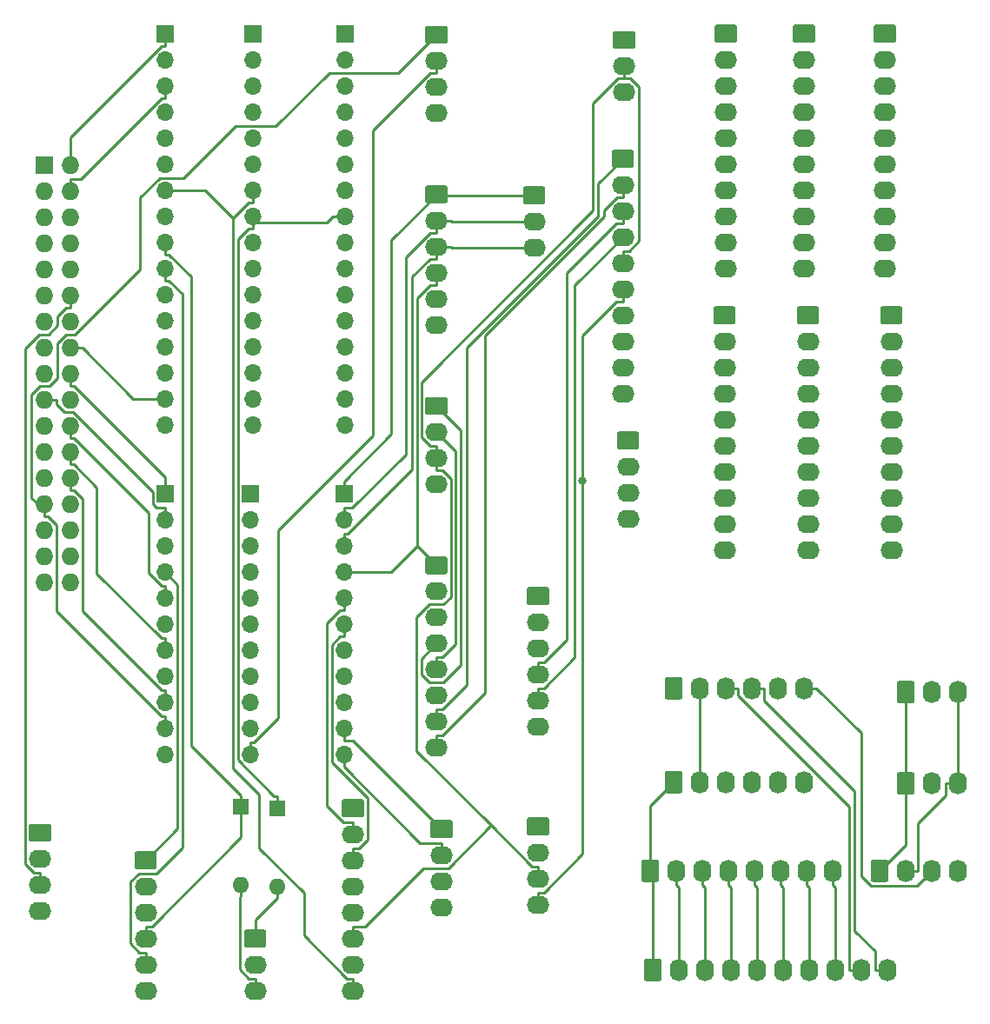
<source format=gbr>
G04 #@! TF.GenerationSoftware,KiCad,Pcbnew,(5.1.5-0-10_14)*
G04 #@! TF.CreationDate,2021-04-18T15:29:13+10:00*
G04 #@! TF.ProjectId,OH - Left Console - Input Distribution,4f48202d-204c-4656-9674-20436f6e736f,rev?*
G04 #@! TF.SameCoordinates,Original*
G04 #@! TF.FileFunction,Copper,L2,Bot*
G04 #@! TF.FilePolarity,Positive*
%FSLAX46Y46*%
G04 Gerber Fmt 4.6, Leading zero omitted, Abs format (unit mm)*
G04 Created by KiCad (PCBNEW (5.1.5-0-10_14)) date 2021-04-18 15:29:13*
%MOMM*%
%LPD*%
G04 APERTURE LIST*
%ADD10O,1.740000X2.200000*%
%ADD11C,0.100000*%
%ADD12O,2.200000X1.740000*%
%ADD13O,1.727200X1.727200*%
%ADD14R,1.727200X1.727200*%
%ADD15O,1.700000X1.700000*%
%ADD16R,1.700000X1.700000*%
%ADD17O,1.600000X1.600000*%
%ADD18R,1.600000X1.600000*%
%ADD19C,0.800000*%
%ADD20C,0.250000*%
G04 APERTURE END LIST*
D10*
X210058000Y-103759000D03*
X207518000Y-103759000D03*
X204978000Y-103759000D03*
X202438000Y-103759000D03*
X199898000Y-103759000D03*
G04 #@! TA.AperFunction,ComponentPad*
D11*
G36*
X198002505Y-102660204D02*
G01*
X198026773Y-102663804D01*
X198050572Y-102669765D01*
X198073671Y-102678030D01*
X198095850Y-102688520D01*
X198116893Y-102701132D01*
X198136599Y-102715747D01*
X198154777Y-102732223D01*
X198171253Y-102750401D01*
X198185868Y-102770107D01*
X198198480Y-102791150D01*
X198208970Y-102813329D01*
X198217235Y-102836428D01*
X198223196Y-102860227D01*
X198226796Y-102884495D01*
X198228000Y-102908999D01*
X198228000Y-104609001D01*
X198226796Y-104633505D01*
X198223196Y-104657773D01*
X198217235Y-104681572D01*
X198208970Y-104704671D01*
X198198480Y-104726850D01*
X198185868Y-104747893D01*
X198171253Y-104767599D01*
X198154777Y-104785777D01*
X198136599Y-104802253D01*
X198116893Y-104816868D01*
X198095850Y-104829480D01*
X198073671Y-104839970D01*
X198050572Y-104848235D01*
X198026773Y-104854196D01*
X198002505Y-104857796D01*
X197978001Y-104859000D01*
X196737999Y-104859000D01*
X196713495Y-104857796D01*
X196689227Y-104854196D01*
X196665428Y-104848235D01*
X196642329Y-104839970D01*
X196620150Y-104829480D01*
X196599107Y-104816868D01*
X196579401Y-104802253D01*
X196561223Y-104785777D01*
X196544747Y-104767599D01*
X196530132Y-104747893D01*
X196517520Y-104726850D01*
X196507030Y-104704671D01*
X196498765Y-104681572D01*
X196492804Y-104657773D01*
X196489204Y-104633505D01*
X196488000Y-104609001D01*
X196488000Y-102908999D01*
X196489204Y-102884495D01*
X196492804Y-102860227D01*
X196498765Y-102836428D01*
X196507030Y-102813329D01*
X196517520Y-102791150D01*
X196530132Y-102770107D01*
X196544747Y-102750401D01*
X196561223Y-102732223D01*
X196579401Y-102715747D01*
X196599107Y-102701132D01*
X196620150Y-102688520D01*
X196642329Y-102678030D01*
X196665428Y-102669765D01*
X196689227Y-102663804D01*
X196713495Y-102660204D01*
X196737999Y-102659000D01*
X197978001Y-102659000D01*
X198002505Y-102660204D01*
G37*
G04 #@! TD.AperFunction*
D10*
X210058000Y-112903000D03*
X207518000Y-112903000D03*
X204978000Y-112903000D03*
X202438000Y-112903000D03*
X199898000Y-112903000D03*
G04 #@! TA.AperFunction,ComponentPad*
D11*
G36*
X198002505Y-111804204D02*
G01*
X198026773Y-111807804D01*
X198050572Y-111813765D01*
X198073671Y-111822030D01*
X198095850Y-111832520D01*
X198116893Y-111845132D01*
X198136599Y-111859747D01*
X198154777Y-111876223D01*
X198171253Y-111894401D01*
X198185868Y-111914107D01*
X198198480Y-111935150D01*
X198208970Y-111957329D01*
X198217235Y-111980428D01*
X198223196Y-112004227D01*
X198226796Y-112028495D01*
X198228000Y-112052999D01*
X198228000Y-113753001D01*
X198226796Y-113777505D01*
X198223196Y-113801773D01*
X198217235Y-113825572D01*
X198208970Y-113848671D01*
X198198480Y-113870850D01*
X198185868Y-113891893D01*
X198171253Y-113911599D01*
X198154777Y-113929777D01*
X198136599Y-113946253D01*
X198116893Y-113960868D01*
X198095850Y-113973480D01*
X198073671Y-113983970D01*
X198050572Y-113992235D01*
X198026773Y-113998196D01*
X198002505Y-114001796D01*
X197978001Y-114003000D01*
X196737999Y-114003000D01*
X196713495Y-114001796D01*
X196689227Y-113998196D01*
X196665428Y-113992235D01*
X196642329Y-113983970D01*
X196620150Y-113973480D01*
X196599107Y-113960868D01*
X196579401Y-113946253D01*
X196561223Y-113929777D01*
X196544747Y-113911599D01*
X196530132Y-113891893D01*
X196517520Y-113870850D01*
X196507030Y-113848671D01*
X196498765Y-113825572D01*
X196492804Y-113801773D01*
X196489204Y-113777505D01*
X196488000Y-113753001D01*
X196488000Y-112052999D01*
X196489204Y-112028495D01*
X196492804Y-112004227D01*
X196498765Y-111980428D01*
X196507030Y-111957329D01*
X196517520Y-111935150D01*
X196530132Y-111914107D01*
X196544747Y-111894401D01*
X196561223Y-111876223D01*
X196579401Y-111859747D01*
X196599107Y-111845132D01*
X196620150Y-111832520D01*
X196642329Y-111822030D01*
X196665428Y-111813765D01*
X196689227Y-111807804D01*
X196713495Y-111804204D01*
X196737999Y-111803000D01*
X197978001Y-111803000D01*
X198002505Y-111804204D01*
G37*
G04 #@! TD.AperFunction*
D12*
X202438000Y-62865000D03*
X202438000Y-60325000D03*
X202438000Y-57785000D03*
X202438000Y-55245000D03*
X202438000Y-52705000D03*
X202438000Y-50165000D03*
X202438000Y-47625000D03*
X202438000Y-45085000D03*
X202438000Y-42545000D03*
G04 #@! TA.AperFunction,ComponentPad*
D11*
G36*
X203312505Y-39136204D02*
G01*
X203336773Y-39139804D01*
X203360572Y-39145765D01*
X203383671Y-39154030D01*
X203405850Y-39164520D01*
X203426893Y-39177132D01*
X203446599Y-39191747D01*
X203464777Y-39208223D01*
X203481253Y-39226401D01*
X203495868Y-39246107D01*
X203508480Y-39267150D01*
X203518970Y-39289329D01*
X203527235Y-39312428D01*
X203533196Y-39336227D01*
X203536796Y-39360495D01*
X203538000Y-39384999D01*
X203538000Y-40625001D01*
X203536796Y-40649505D01*
X203533196Y-40673773D01*
X203527235Y-40697572D01*
X203518970Y-40720671D01*
X203508480Y-40742850D01*
X203495868Y-40763893D01*
X203481253Y-40783599D01*
X203464777Y-40801777D01*
X203446599Y-40818253D01*
X203426893Y-40832868D01*
X203405850Y-40845480D01*
X203383671Y-40855970D01*
X203360572Y-40864235D01*
X203336773Y-40870196D01*
X203312505Y-40873796D01*
X203288001Y-40875000D01*
X201587999Y-40875000D01*
X201563495Y-40873796D01*
X201539227Y-40870196D01*
X201515428Y-40864235D01*
X201492329Y-40855970D01*
X201470150Y-40845480D01*
X201449107Y-40832868D01*
X201429401Y-40818253D01*
X201411223Y-40801777D01*
X201394747Y-40783599D01*
X201380132Y-40763893D01*
X201367520Y-40742850D01*
X201357030Y-40720671D01*
X201348765Y-40697572D01*
X201342804Y-40673773D01*
X201339204Y-40649505D01*
X201338000Y-40625001D01*
X201338000Y-39384999D01*
X201339204Y-39360495D01*
X201342804Y-39336227D01*
X201348765Y-39312428D01*
X201357030Y-39289329D01*
X201367520Y-39267150D01*
X201380132Y-39246107D01*
X201394747Y-39226401D01*
X201411223Y-39208223D01*
X201429401Y-39191747D01*
X201449107Y-39177132D01*
X201470150Y-39164520D01*
X201492329Y-39154030D01*
X201515428Y-39145765D01*
X201539227Y-39139804D01*
X201563495Y-39136204D01*
X201587999Y-39135000D01*
X203288001Y-39135000D01*
X203312505Y-39136204D01*
G37*
G04 #@! TD.AperFunction*
D12*
X202311000Y-90297000D03*
X202311000Y-87757000D03*
X202311000Y-85217000D03*
X202311000Y-82677000D03*
X202311000Y-80137000D03*
X202311000Y-77597000D03*
X202311000Y-75057000D03*
X202311000Y-72517000D03*
X202311000Y-69977000D03*
G04 #@! TA.AperFunction,ComponentPad*
D11*
G36*
X203185505Y-66568204D02*
G01*
X203209773Y-66571804D01*
X203233572Y-66577765D01*
X203256671Y-66586030D01*
X203278850Y-66596520D01*
X203299893Y-66609132D01*
X203319599Y-66623747D01*
X203337777Y-66640223D01*
X203354253Y-66658401D01*
X203368868Y-66678107D01*
X203381480Y-66699150D01*
X203391970Y-66721329D01*
X203400235Y-66744428D01*
X203406196Y-66768227D01*
X203409796Y-66792495D01*
X203411000Y-66816999D01*
X203411000Y-68057001D01*
X203409796Y-68081505D01*
X203406196Y-68105773D01*
X203400235Y-68129572D01*
X203391970Y-68152671D01*
X203381480Y-68174850D01*
X203368868Y-68195893D01*
X203354253Y-68215599D01*
X203337777Y-68233777D01*
X203319599Y-68250253D01*
X203299893Y-68264868D01*
X203278850Y-68277480D01*
X203256671Y-68287970D01*
X203233572Y-68296235D01*
X203209773Y-68302196D01*
X203185505Y-68305796D01*
X203161001Y-68307000D01*
X201460999Y-68307000D01*
X201436495Y-68305796D01*
X201412227Y-68302196D01*
X201388428Y-68296235D01*
X201365329Y-68287970D01*
X201343150Y-68277480D01*
X201322107Y-68264868D01*
X201302401Y-68250253D01*
X201284223Y-68233777D01*
X201267747Y-68215599D01*
X201253132Y-68195893D01*
X201240520Y-68174850D01*
X201230030Y-68152671D01*
X201221765Y-68129572D01*
X201215804Y-68105773D01*
X201212204Y-68081505D01*
X201211000Y-68057001D01*
X201211000Y-66816999D01*
X201212204Y-66792495D01*
X201215804Y-66768227D01*
X201221765Y-66744428D01*
X201230030Y-66721329D01*
X201240520Y-66699150D01*
X201253132Y-66678107D01*
X201267747Y-66658401D01*
X201284223Y-66640223D01*
X201302401Y-66623747D01*
X201322107Y-66609132D01*
X201343150Y-66596520D01*
X201365329Y-66586030D01*
X201388428Y-66577765D01*
X201412227Y-66571804D01*
X201436495Y-66568204D01*
X201460999Y-66567000D01*
X203161001Y-66567000D01*
X203185505Y-66568204D01*
G37*
G04 #@! TD.AperFunction*
D12*
X210058000Y-62865000D03*
X210058000Y-60325000D03*
X210058000Y-57785000D03*
X210058000Y-55245000D03*
X210058000Y-52705000D03*
X210058000Y-50165000D03*
X210058000Y-47625000D03*
X210058000Y-45085000D03*
X210058000Y-42545000D03*
G04 #@! TA.AperFunction,ComponentPad*
D11*
G36*
X210932505Y-39136204D02*
G01*
X210956773Y-39139804D01*
X210980572Y-39145765D01*
X211003671Y-39154030D01*
X211025850Y-39164520D01*
X211046893Y-39177132D01*
X211066599Y-39191747D01*
X211084777Y-39208223D01*
X211101253Y-39226401D01*
X211115868Y-39246107D01*
X211128480Y-39267150D01*
X211138970Y-39289329D01*
X211147235Y-39312428D01*
X211153196Y-39336227D01*
X211156796Y-39360495D01*
X211158000Y-39384999D01*
X211158000Y-40625001D01*
X211156796Y-40649505D01*
X211153196Y-40673773D01*
X211147235Y-40697572D01*
X211138970Y-40720671D01*
X211128480Y-40742850D01*
X211115868Y-40763893D01*
X211101253Y-40783599D01*
X211084777Y-40801777D01*
X211066599Y-40818253D01*
X211046893Y-40832868D01*
X211025850Y-40845480D01*
X211003671Y-40855970D01*
X210980572Y-40864235D01*
X210956773Y-40870196D01*
X210932505Y-40873796D01*
X210908001Y-40875000D01*
X209207999Y-40875000D01*
X209183495Y-40873796D01*
X209159227Y-40870196D01*
X209135428Y-40864235D01*
X209112329Y-40855970D01*
X209090150Y-40845480D01*
X209069107Y-40832868D01*
X209049401Y-40818253D01*
X209031223Y-40801777D01*
X209014747Y-40783599D01*
X209000132Y-40763893D01*
X208987520Y-40742850D01*
X208977030Y-40720671D01*
X208968765Y-40697572D01*
X208962804Y-40673773D01*
X208959204Y-40649505D01*
X208958000Y-40625001D01*
X208958000Y-39384999D01*
X208959204Y-39360495D01*
X208962804Y-39336227D01*
X208968765Y-39312428D01*
X208977030Y-39289329D01*
X208987520Y-39267150D01*
X209000132Y-39246107D01*
X209014747Y-39226401D01*
X209031223Y-39208223D01*
X209049401Y-39191747D01*
X209069107Y-39177132D01*
X209090150Y-39164520D01*
X209112329Y-39154030D01*
X209135428Y-39145765D01*
X209159227Y-39139804D01*
X209183495Y-39136204D01*
X209207999Y-39135000D01*
X210908001Y-39135000D01*
X210932505Y-39136204D01*
G37*
G04 #@! TD.AperFunction*
D12*
X218567000Y-90297000D03*
X218567000Y-87757000D03*
X218567000Y-85217000D03*
X218567000Y-82677000D03*
X218567000Y-80137000D03*
X218567000Y-77597000D03*
X218567000Y-75057000D03*
X218567000Y-72517000D03*
X218567000Y-69977000D03*
G04 #@! TA.AperFunction,ComponentPad*
D11*
G36*
X219441505Y-66568204D02*
G01*
X219465773Y-66571804D01*
X219489572Y-66577765D01*
X219512671Y-66586030D01*
X219534850Y-66596520D01*
X219555893Y-66609132D01*
X219575599Y-66623747D01*
X219593777Y-66640223D01*
X219610253Y-66658401D01*
X219624868Y-66678107D01*
X219637480Y-66699150D01*
X219647970Y-66721329D01*
X219656235Y-66744428D01*
X219662196Y-66768227D01*
X219665796Y-66792495D01*
X219667000Y-66816999D01*
X219667000Y-68057001D01*
X219665796Y-68081505D01*
X219662196Y-68105773D01*
X219656235Y-68129572D01*
X219647970Y-68152671D01*
X219637480Y-68174850D01*
X219624868Y-68195893D01*
X219610253Y-68215599D01*
X219593777Y-68233777D01*
X219575599Y-68250253D01*
X219555893Y-68264868D01*
X219534850Y-68277480D01*
X219512671Y-68287970D01*
X219489572Y-68296235D01*
X219465773Y-68302196D01*
X219441505Y-68305796D01*
X219417001Y-68307000D01*
X217716999Y-68307000D01*
X217692495Y-68305796D01*
X217668227Y-68302196D01*
X217644428Y-68296235D01*
X217621329Y-68287970D01*
X217599150Y-68277480D01*
X217578107Y-68264868D01*
X217558401Y-68250253D01*
X217540223Y-68233777D01*
X217523747Y-68215599D01*
X217509132Y-68195893D01*
X217496520Y-68174850D01*
X217486030Y-68152671D01*
X217477765Y-68129572D01*
X217471804Y-68105773D01*
X217468204Y-68081505D01*
X217467000Y-68057001D01*
X217467000Y-66816999D01*
X217468204Y-66792495D01*
X217471804Y-66768227D01*
X217477765Y-66744428D01*
X217486030Y-66721329D01*
X217496520Y-66699150D01*
X217509132Y-66678107D01*
X217523747Y-66658401D01*
X217540223Y-66640223D01*
X217558401Y-66623747D01*
X217578107Y-66609132D01*
X217599150Y-66596520D01*
X217621329Y-66586030D01*
X217644428Y-66577765D01*
X217668227Y-66571804D01*
X217692495Y-66568204D01*
X217716999Y-66567000D01*
X219417001Y-66567000D01*
X219441505Y-66568204D01*
G37*
G04 #@! TD.AperFunction*
D12*
X217932000Y-62865000D03*
X217932000Y-60325000D03*
X217932000Y-57785000D03*
X217932000Y-55245000D03*
X217932000Y-52705000D03*
X217932000Y-50165000D03*
X217932000Y-47625000D03*
X217932000Y-45085000D03*
X217932000Y-42545000D03*
G04 #@! TA.AperFunction,ComponentPad*
D11*
G36*
X218806505Y-39136204D02*
G01*
X218830773Y-39139804D01*
X218854572Y-39145765D01*
X218877671Y-39154030D01*
X218899850Y-39164520D01*
X218920893Y-39177132D01*
X218940599Y-39191747D01*
X218958777Y-39208223D01*
X218975253Y-39226401D01*
X218989868Y-39246107D01*
X219002480Y-39267150D01*
X219012970Y-39289329D01*
X219021235Y-39312428D01*
X219027196Y-39336227D01*
X219030796Y-39360495D01*
X219032000Y-39384999D01*
X219032000Y-40625001D01*
X219030796Y-40649505D01*
X219027196Y-40673773D01*
X219021235Y-40697572D01*
X219012970Y-40720671D01*
X219002480Y-40742850D01*
X218989868Y-40763893D01*
X218975253Y-40783599D01*
X218958777Y-40801777D01*
X218940599Y-40818253D01*
X218920893Y-40832868D01*
X218899850Y-40845480D01*
X218877671Y-40855970D01*
X218854572Y-40864235D01*
X218830773Y-40870196D01*
X218806505Y-40873796D01*
X218782001Y-40875000D01*
X217081999Y-40875000D01*
X217057495Y-40873796D01*
X217033227Y-40870196D01*
X217009428Y-40864235D01*
X216986329Y-40855970D01*
X216964150Y-40845480D01*
X216943107Y-40832868D01*
X216923401Y-40818253D01*
X216905223Y-40801777D01*
X216888747Y-40783599D01*
X216874132Y-40763893D01*
X216861520Y-40742850D01*
X216851030Y-40720671D01*
X216842765Y-40697572D01*
X216836804Y-40673773D01*
X216833204Y-40649505D01*
X216832000Y-40625001D01*
X216832000Y-39384999D01*
X216833204Y-39360495D01*
X216836804Y-39336227D01*
X216842765Y-39312428D01*
X216851030Y-39289329D01*
X216861520Y-39267150D01*
X216874132Y-39246107D01*
X216888747Y-39226401D01*
X216905223Y-39208223D01*
X216923401Y-39191747D01*
X216943107Y-39177132D01*
X216964150Y-39164520D01*
X216986329Y-39154030D01*
X217009428Y-39145765D01*
X217033227Y-39139804D01*
X217057495Y-39136204D01*
X217081999Y-39135000D01*
X218782001Y-39135000D01*
X218806505Y-39136204D01*
G37*
G04 #@! TD.AperFunction*
D12*
X210439000Y-90297000D03*
X210439000Y-87757000D03*
X210439000Y-85217000D03*
X210439000Y-82677000D03*
X210439000Y-80137000D03*
X210439000Y-77597000D03*
X210439000Y-75057000D03*
X210439000Y-72517000D03*
X210439000Y-69977000D03*
G04 #@! TA.AperFunction,ComponentPad*
D11*
G36*
X211313505Y-66568204D02*
G01*
X211337773Y-66571804D01*
X211361572Y-66577765D01*
X211384671Y-66586030D01*
X211406850Y-66596520D01*
X211427893Y-66609132D01*
X211447599Y-66623747D01*
X211465777Y-66640223D01*
X211482253Y-66658401D01*
X211496868Y-66678107D01*
X211509480Y-66699150D01*
X211519970Y-66721329D01*
X211528235Y-66744428D01*
X211534196Y-66768227D01*
X211537796Y-66792495D01*
X211539000Y-66816999D01*
X211539000Y-68057001D01*
X211537796Y-68081505D01*
X211534196Y-68105773D01*
X211528235Y-68129572D01*
X211519970Y-68152671D01*
X211509480Y-68174850D01*
X211496868Y-68195893D01*
X211482253Y-68215599D01*
X211465777Y-68233777D01*
X211447599Y-68250253D01*
X211427893Y-68264868D01*
X211406850Y-68277480D01*
X211384671Y-68287970D01*
X211361572Y-68296235D01*
X211337773Y-68302196D01*
X211313505Y-68305796D01*
X211289001Y-68307000D01*
X209588999Y-68307000D01*
X209564495Y-68305796D01*
X209540227Y-68302196D01*
X209516428Y-68296235D01*
X209493329Y-68287970D01*
X209471150Y-68277480D01*
X209450107Y-68264868D01*
X209430401Y-68250253D01*
X209412223Y-68233777D01*
X209395747Y-68215599D01*
X209381132Y-68195893D01*
X209368520Y-68174850D01*
X209358030Y-68152671D01*
X209349765Y-68129572D01*
X209343804Y-68105773D01*
X209340204Y-68081505D01*
X209339000Y-68057001D01*
X209339000Y-66816999D01*
X209340204Y-66792495D01*
X209343804Y-66768227D01*
X209349765Y-66744428D01*
X209358030Y-66721329D01*
X209368520Y-66699150D01*
X209381132Y-66678107D01*
X209395747Y-66658401D01*
X209412223Y-66640223D01*
X209430401Y-66623747D01*
X209450107Y-66609132D01*
X209471150Y-66596520D01*
X209493329Y-66586030D01*
X209516428Y-66577765D01*
X209540227Y-66571804D01*
X209564495Y-66568204D01*
X209588999Y-66567000D01*
X211289001Y-66567000D01*
X211313505Y-66568204D01*
G37*
G04 #@! TD.AperFunction*
D12*
X174244000Y-47752000D03*
X174244000Y-45212000D03*
X174244000Y-42672000D03*
G04 #@! TA.AperFunction,ComponentPad*
D11*
G36*
X175118505Y-39263204D02*
G01*
X175142773Y-39266804D01*
X175166572Y-39272765D01*
X175189671Y-39281030D01*
X175211850Y-39291520D01*
X175232893Y-39304132D01*
X175252599Y-39318747D01*
X175270777Y-39335223D01*
X175287253Y-39353401D01*
X175301868Y-39373107D01*
X175314480Y-39394150D01*
X175324970Y-39416329D01*
X175333235Y-39439428D01*
X175339196Y-39463227D01*
X175342796Y-39487495D01*
X175344000Y-39511999D01*
X175344000Y-40752001D01*
X175342796Y-40776505D01*
X175339196Y-40800773D01*
X175333235Y-40824572D01*
X175324970Y-40847671D01*
X175314480Y-40869850D01*
X175301868Y-40890893D01*
X175287253Y-40910599D01*
X175270777Y-40928777D01*
X175252599Y-40945253D01*
X175232893Y-40959868D01*
X175211850Y-40972480D01*
X175189671Y-40982970D01*
X175166572Y-40991235D01*
X175142773Y-40997196D01*
X175118505Y-41000796D01*
X175094001Y-41002000D01*
X173393999Y-41002000D01*
X173369495Y-41000796D01*
X173345227Y-40997196D01*
X173321428Y-40991235D01*
X173298329Y-40982970D01*
X173276150Y-40972480D01*
X173255107Y-40959868D01*
X173235401Y-40945253D01*
X173217223Y-40928777D01*
X173200747Y-40910599D01*
X173186132Y-40890893D01*
X173173520Y-40869850D01*
X173163030Y-40847671D01*
X173154765Y-40824572D01*
X173148804Y-40800773D01*
X173145204Y-40776505D01*
X173144000Y-40752001D01*
X173144000Y-39511999D01*
X173145204Y-39487495D01*
X173148804Y-39463227D01*
X173154765Y-39439428D01*
X173163030Y-39416329D01*
X173173520Y-39394150D01*
X173186132Y-39373107D01*
X173200747Y-39353401D01*
X173217223Y-39335223D01*
X173235401Y-39318747D01*
X173255107Y-39304132D01*
X173276150Y-39291520D01*
X173298329Y-39281030D01*
X173321428Y-39272765D01*
X173345227Y-39266804D01*
X173369495Y-39263204D01*
X173393999Y-39262000D01*
X175094001Y-39262000D01*
X175118505Y-39263204D01*
G37*
G04 #@! TD.AperFunction*
D12*
X156591000Y-133223000D03*
X156591000Y-130683000D03*
G04 #@! TA.AperFunction,ComponentPad*
D11*
G36*
X157465505Y-127274204D02*
G01*
X157489773Y-127277804D01*
X157513572Y-127283765D01*
X157536671Y-127292030D01*
X157558850Y-127302520D01*
X157579893Y-127315132D01*
X157599599Y-127329747D01*
X157617777Y-127346223D01*
X157634253Y-127364401D01*
X157648868Y-127384107D01*
X157661480Y-127405150D01*
X157671970Y-127427329D01*
X157680235Y-127450428D01*
X157686196Y-127474227D01*
X157689796Y-127498495D01*
X157691000Y-127522999D01*
X157691000Y-128763001D01*
X157689796Y-128787505D01*
X157686196Y-128811773D01*
X157680235Y-128835572D01*
X157671970Y-128858671D01*
X157661480Y-128880850D01*
X157648868Y-128901893D01*
X157634253Y-128921599D01*
X157617777Y-128939777D01*
X157599599Y-128956253D01*
X157579893Y-128970868D01*
X157558850Y-128983480D01*
X157536671Y-128993970D01*
X157513572Y-129002235D01*
X157489773Y-129008196D01*
X157465505Y-129011796D01*
X157441001Y-129013000D01*
X155740999Y-129013000D01*
X155716495Y-129011796D01*
X155692227Y-129008196D01*
X155668428Y-129002235D01*
X155645329Y-128993970D01*
X155623150Y-128983480D01*
X155602107Y-128970868D01*
X155582401Y-128956253D01*
X155564223Y-128939777D01*
X155547747Y-128921599D01*
X155533132Y-128901893D01*
X155520520Y-128880850D01*
X155510030Y-128858671D01*
X155501765Y-128835572D01*
X155495804Y-128811773D01*
X155492204Y-128787505D01*
X155491000Y-128763001D01*
X155491000Y-127522999D01*
X155492204Y-127498495D01*
X155495804Y-127474227D01*
X155501765Y-127450428D01*
X155510030Y-127427329D01*
X155520520Y-127405150D01*
X155533132Y-127384107D01*
X155547747Y-127364401D01*
X155564223Y-127346223D01*
X155582401Y-127329747D01*
X155602107Y-127315132D01*
X155623150Y-127302520D01*
X155645329Y-127292030D01*
X155668428Y-127283765D01*
X155692227Y-127277804D01*
X155716495Y-127274204D01*
X155740999Y-127273000D01*
X157441001Y-127273000D01*
X157465505Y-127274204D01*
G37*
G04 #@! TD.AperFunction*
D10*
X225044000Y-113030000D03*
X222504000Y-113030000D03*
G04 #@! TA.AperFunction,ComponentPad*
D11*
G36*
X220608505Y-111931204D02*
G01*
X220632773Y-111934804D01*
X220656572Y-111940765D01*
X220679671Y-111949030D01*
X220701850Y-111959520D01*
X220722893Y-111972132D01*
X220742599Y-111986747D01*
X220760777Y-112003223D01*
X220777253Y-112021401D01*
X220791868Y-112041107D01*
X220804480Y-112062150D01*
X220814970Y-112084329D01*
X220823235Y-112107428D01*
X220829196Y-112131227D01*
X220832796Y-112155495D01*
X220834000Y-112179999D01*
X220834000Y-113880001D01*
X220832796Y-113904505D01*
X220829196Y-113928773D01*
X220823235Y-113952572D01*
X220814970Y-113975671D01*
X220804480Y-113997850D01*
X220791868Y-114018893D01*
X220777253Y-114038599D01*
X220760777Y-114056777D01*
X220742599Y-114073253D01*
X220722893Y-114087868D01*
X220701850Y-114100480D01*
X220679671Y-114110970D01*
X220656572Y-114119235D01*
X220632773Y-114125196D01*
X220608505Y-114128796D01*
X220584001Y-114130000D01*
X219343999Y-114130000D01*
X219319495Y-114128796D01*
X219295227Y-114125196D01*
X219271428Y-114119235D01*
X219248329Y-114110970D01*
X219226150Y-114100480D01*
X219205107Y-114087868D01*
X219185401Y-114073253D01*
X219167223Y-114056777D01*
X219150747Y-114038599D01*
X219136132Y-114018893D01*
X219123520Y-113997850D01*
X219113030Y-113975671D01*
X219104765Y-113952572D01*
X219098804Y-113928773D01*
X219095204Y-113904505D01*
X219094000Y-113880001D01*
X219094000Y-112179999D01*
X219095204Y-112155495D01*
X219098804Y-112131227D01*
X219104765Y-112107428D01*
X219113030Y-112084329D01*
X219123520Y-112062150D01*
X219136132Y-112041107D01*
X219150747Y-112021401D01*
X219167223Y-112003223D01*
X219185401Y-111986747D01*
X219205107Y-111972132D01*
X219226150Y-111959520D01*
X219248329Y-111949030D01*
X219271428Y-111940765D01*
X219295227Y-111934804D01*
X219319495Y-111931204D01*
X219343999Y-111930000D01*
X220584001Y-111930000D01*
X220608505Y-111931204D01*
G37*
G04 #@! TD.AperFunction*
D12*
X174752000Y-125095000D03*
X174752000Y-122555000D03*
X174752000Y-120015000D03*
G04 #@! TA.AperFunction,ComponentPad*
D11*
G36*
X175626505Y-116606204D02*
G01*
X175650773Y-116609804D01*
X175674572Y-116615765D01*
X175697671Y-116624030D01*
X175719850Y-116634520D01*
X175740893Y-116647132D01*
X175760599Y-116661747D01*
X175778777Y-116678223D01*
X175795253Y-116696401D01*
X175809868Y-116716107D01*
X175822480Y-116737150D01*
X175832970Y-116759329D01*
X175841235Y-116782428D01*
X175847196Y-116806227D01*
X175850796Y-116830495D01*
X175852000Y-116854999D01*
X175852000Y-118095001D01*
X175850796Y-118119505D01*
X175847196Y-118143773D01*
X175841235Y-118167572D01*
X175832970Y-118190671D01*
X175822480Y-118212850D01*
X175809868Y-118233893D01*
X175795253Y-118253599D01*
X175778777Y-118271777D01*
X175760599Y-118288253D01*
X175740893Y-118302868D01*
X175719850Y-118315480D01*
X175697671Y-118325970D01*
X175674572Y-118334235D01*
X175650773Y-118340196D01*
X175626505Y-118343796D01*
X175602001Y-118345000D01*
X173901999Y-118345000D01*
X173877495Y-118343796D01*
X173853227Y-118340196D01*
X173829428Y-118334235D01*
X173806329Y-118325970D01*
X173784150Y-118315480D01*
X173763107Y-118302868D01*
X173743401Y-118288253D01*
X173725223Y-118271777D01*
X173708747Y-118253599D01*
X173694132Y-118233893D01*
X173681520Y-118212850D01*
X173671030Y-118190671D01*
X173662765Y-118167572D01*
X173656804Y-118143773D01*
X173653204Y-118119505D01*
X173652000Y-118095001D01*
X173652000Y-116854999D01*
X173653204Y-116830495D01*
X173656804Y-116806227D01*
X173662765Y-116782428D01*
X173671030Y-116759329D01*
X173681520Y-116737150D01*
X173694132Y-116716107D01*
X173708747Y-116696401D01*
X173725223Y-116678223D01*
X173743401Y-116661747D01*
X173763107Y-116647132D01*
X173784150Y-116634520D01*
X173806329Y-116624030D01*
X173829428Y-116615765D01*
X173853227Y-116609804D01*
X173877495Y-116606204D01*
X173901999Y-116605000D01*
X175602001Y-116605000D01*
X175626505Y-116606204D01*
G37*
G04 #@! TD.AperFunction*
D12*
X184150000Y-124841000D03*
X184150000Y-122301000D03*
X184150000Y-119761000D03*
G04 #@! TA.AperFunction,ComponentPad*
D11*
G36*
X185024505Y-116352204D02*
G01*
X185048773Y-116355804D01*
X185072572Y-116361765D01*
X185095671Y-116370030D01*
X185117850Y-116380520D01*
X185138893Y-116393132D01*
X185158599Y-116407747D01*
X185176777Y-116424223D01*
X185193253Y-116442401D01*
X185207868Y-116462107D01*
X185220480Y-116483150D01*
X185230970Y-116505329D01*
X185239235Y-116528428D01*
X185245196Y-116552227D01*
X185248796Y-116576495D01*
X185250000Y-116600999D01*
X185250000Y-117841001D01*
X185248796Y-117865505D01*
X185245196Y-117889773D01*
X185239235Y-117913572D01*
X185230970Y-117936671D01*
X185220480Y-117958850D01*
X185207868Y-117979893D01*
X185193253Y-117999599D01*
X185176777Y-118017777D01*
X185158599Y-118034253D01*
X185138893Y-118048868D01*
X185117850Y-118061480D01*
X185095671Y-118071970D01*
X185072572Y-118080235D01*
X185048773Y-118086196D01*
X185024505Y-118089796D01*
X185000001Y-118091000D01*
X183299999Y-118091000D01*
X183275495Y-118089796D01*
X183251227Y-118086196D01*
X183227428Y-118080235D01*
X183204329Y-118071970D01*
X183182150Y-118061480D01*
X183161107Y-118048868D01*
X183141401Y-118034253D01*
X183123223Y-118017777D01*
X183106747Y-117999599D01*
X183092132Y-117979893D01*
X183079520Y-117958850D01*
X183069030Y-117936671D01*
X183060765Y-117913572D01*
X183054804Y-117889773D01*
X183051204Y-117865505D01*
X183050000Y-117841001D01*
X183050000Y-116600999D01*
X183051204Y-116576495D01*
X183054804Y-116552227D01*
X183060765Y-116528428D01*
X183069030Y-116505329D01*
X183079520Y-116483150D01*
X183092132Y-116462107D01*
X183106747Y-116442401D01*
X183123223Y-116424223D01*
X183141401Y-116407747D01*
X183161107Y-116393132D01*
X183182150Y-116380520D01*
X183204329Y-116370030D01*
X183227428Y-116361765D01*
X183251227Y-116355804D01*
X183275495Y-116352204D01*
X183299999Y-116351000D01*
X185000001Y-116351000D01*
X185024505Y-116352204D01*
G37*
G04 #@! TD.AperFunction*
D10*
X218186000Y-131191000D03*
X215646000Y-131191000D03*
X213106000Y-131191000D03*
X210566000Y-131191000D03*
X208026000Y-131191000D03*
X205486000Y-131191000D03*
X202946000Y-131191000D03*
X200406000Y-131191000D03*
X197866000Y-131191000D03*
G04 #@! TA.AperFunction,ComponentPad*
D11*
G36*
X195970505Y-130092204D02*
G01*
X195994773Y-130095804D01*
X196018572Y-130101765D01*
X196041671Y-130110030D01*
X196063850Y-130120520D01*
X196084893Y-130133132D01*
X196104599Y-130147747D01*
X196122777Y-130164223D01*
X196139253Y-130182401D01*
X196153868Y-130202107D01*
X196166480Y-130223150D01*
X196176970Y-130245329D01*
X196185235Y-130268428D01*
X196191196Y-130292227D01*
X196194796Y-130316495D01*
X196196000Y-130340999D01*
X196196000Y-132041001D01*
X196194796Y-132065505D01*
X196191196Y-132089773D01*
X196185235Y-132113572D01*
X196176970Y-132136671D01*
X196166480Y-132158850D01*
X196153868Y-132179893D01*
X196139253Y-132199599D01*
X196122777Y-132217777D01*
X196104599Y-132234253D01*
X196084893Y-132248868D01*
X196063850Y-132261480D01*
X196041671Y-132271970D01*
X196018572Y-132280235D01*
X195994773Y-132286196D01*
X195970505Y-132289796D01*
X195946001Y-132291000D01*
X194705999Y-132291000D01*
X194681495Y-132289796D01*
X194657227Y-132286196D01*
X194633428Y-132280235D01*
X194610329Y-132271970D01*
X194588150Y-132261480D01*
X194567107Y-132248868D01*
X194547401Y-132234253D01*
X194529223Y-132217777D01*
X194512747Y-132199599D01*
X194498132Y-132179893D01*
X194485520Y-132158850D01*
X194475030Y-132136671D01*
X194466765Y-132113572D01*
X194460804Y-132089773D01*
X194457204Y-132065505D01*
X194456000Y-132041001D01*
X194456000Y-130340999D01*
X194457204Y-130316495D01*
X194460804Y-130292227D01*
X194466765Y-130268428D01*
X194475030Y-130245329D01*
X194485520Y-130223150D01*
X194498132Y-130202107D01*
X194512747Y-130182401D01*
X194529223Y-130164223D01*
X194547401Y-130147747D01*
X194567107Y-130133132D01*
X194588150Y-130120520D01*
X194610329Y-130110030D01*
X194633428Y-130101765D01*
X194657227Y-130095804D01*
X194681495Y-130092204D01*
X194705999Y-130091000D01*
X195946001Y-130091000D01*
X195970505Y-130092204D01*
G37*
G04 #@! TD.AperFunction*
D12*
X183769000Y-60833000D03*
X183769000Y-58293000D03*
G04 #@! TA.AperFunction,ComponentPad*
D11*
G36*
X184643505Y-54884204D02*
G01*
X184667773Y-54887804D01*
X184691572Y-54893765D01*
X184714671Y-54902030D01*
X184736850Y-54912520D01*
X184757893Y-54925132D01*
X184777599Y-54939747D01*
X184795777Y-54956223D01*
X184812253Y-54974401D01*
X184826868Y-54994107D01*
X184839480Y-55015150D01*
X184849970Y-55037329D01*
X184858235Y-55060428D01*
X184864196Y-55084227D01*
X184867796Y-55108495D01*
X184869000Y-55132999D01*
X184869000Y-56373001D01*
X184867796Y-56397505D01*
X184864196Y-56421773D01*
X184858235Y-56445572D01*
X184849970Y-56468671D01*
X184839480Y-56490850D01*
X184826868Y-56511893D01*
X184812253Y-56531599D01*
X184795777Y-56549777D01*
X184777599Y-56566253D01*
X184757893Y-56580868D01*
X184736850Y-56593480D01*
X184714671Y-56603970D01*
X184691572Y-56612235D01*
X184667773Y-56618196D01*
X184643505Y-56621796D01*
X184619001Y-56623000D01*
X182918999Y-56623000D01*
X182894495Y-56621796D01*
X182870227Y-56618196D01*
X182846428Y-56612235D01*
X182823329Y-56603970D01*
X182801150Y-56593480D01*
X182780107Y-56580868D01*
X182760401Y-56566253D01*
X182742223Y-56549777D01*
X182725747Y-56531599D01*
X182711132Y-56511893D01*
X182698520Y-56490850D01*
X182688030Y-56468671D01*
X182679765Y-56445572D01*
X182673804Y-56421773D01*
X182670204Y-56397505D01*
X182669000Y-56373001D01*
X182669000Y-55132999D01*
X182670204Y-55108495D01*
X182673804Y-55084227D01*
X182679765Y-55060428D01*
X182688030Y-55037329D01*
X182698520Y-55015150D01*
X182711132Y-54994107D01*
X182725747Y-54974401D01*
X182742223Y-54956223D01*
X182760401Y-54939747D01*
X182780107Y-54925132D01*
X182801150Y-54912520D01*
X182823329Y-54902030D01*
X182846428Y-54893765D01*
X182870227Y-54887804D01*
X182894495Y-54884204D01*
X182918999Y-54883000D01*
X184619001Y-54883000D01*
X184643505Y-54884204D01*
G37*
G04 #@! TD.AperFunction*
D12*
X192405000Y-75057000D03*
X192405000Y-72517000D03*
X192405000Y-69977000D03*
X192405000Y-67437000D03*
X192405000Y-64897000D03*
X192405000Y-62357000D03*
X192405000Y-59817000D03*
X192405000Y-57277000D03*
X192405000Y-54737000D03*
G04 #@! TA.AperFunction,ComponentPad*
D11*
G36*
X193279505Y-51328204D02*
G01*
X193303773Y-51331804D01*
X193327572Y-51337765D01*
X193350671Y-51346030D01*
X193372850Y-51356520D01*
X193393893Y-51369132D01*
X193413599Y-51383747D01*
X193431777Y-51400223D01*
X193448253Y-51418401D01*
X193462868Y-51438107D01*
X193475480Y-51459150D01*
X193485970Y-51481329D01*
X193494235Y-51504428D01*
X193500196Y-51528227D01*
X193503796Y-51552495D01*
X193505000Y-51576999D01*
X193505000Y-52817001D01*
X193503796Y-52841505D01*
X193500196Y-52865773D01*
X193494235Y-52889572D01*
X193485970Y-52912671D01*
X193475480Y-52934850D01*
X193462868Y-52955893D01*
X193448253Y-52975599D01*
X193431777Y-52993777D01*
X193413599Y-53010253D01*
X193393893Y-53024868D01*
X193372850Y-53037480D01*
X193350671Y-53047970D01*
X193327572Y-53056235D01*
X193303773Y-53062196D01*
X193279505Y-53065796D01*
X193255001Y-53067000D01*
X191554999Y-53067000D01*
X191530495Y-53065796D01*
X191506227Y-53062196D01*
X191482428Y-53056235D01*
X191459329Y-53047970D01*
X191437150Y-53037480D01*
X191416107Y-53024868D01*
X191396401Y-53010253D01*
X191378223Y-52993777D01*
X191361747Y-52975599D01*
X191347132Y-52955893D01*
X191334520Y-52934850D01*
X191324030Y-52912671D01*
X191315765Y-52889572D01*
X191309804Y-52865773D01*
X191306204Y-52841505D01*
X191305000Y-52817001D01*
X191305000Y-51576999D01*
X191306204Y-51552495D01*
X191309804Y-51528227D01*
X191315765Y-51504428D01*
X191324030Y-51481329D01*
X191334520Y-51459150D01*
X191347132Y-51438107D01*
X191361747Y-51418401D01*
X191378223Y-51400223D01*
X191396401Y-51383747D01*
X191416107Y-51369132D01*
X191437150Y-51356520D01*
X191459329Y-51346030D01*
X191482428Y-51337765D01*
X191506227Y-51331804D01*
X191530495Y-51328204D01*
X191554999Y-51327000D01*
X193255001Y-51327000D01*
X193279505Y-51328204D01*
G37*
G04 #@! TD.AperFunction*
D10*
X225044000Y-104140000D03*
X222504000Y-104140000D03*
G04 #@! TA.AperFunction,ComponentPad*
D11*
G36*
X220608505Y-103041204D02*
G01*
X220632773Y-103044804D01*
X220656572Y-103050765D01*
X220679671Y-103059030D01*
X220701850Y-103069520D01*
X220722893Y-103082132D01*
X220742599Y-103096747D01*
X220760777Y-103113223D01*
X220777253Y-103131401D01*
X220791868Y-103151107D01*
X220804480Y-103172150D01*
X220814970Y-103194329D01*
X220823235Y-103217428D01*
X220829196Y-103241227D01*
X220832796Y-103265495D01*
X220834000Y-103289999D01*
X220834000Y-104990001D01*
X220832796Y-105014505D01*
X220829196Y-105038773D01*
X220823235Y-105062572D01*
X220814970Y-105085671D01*
X220804480Y-105107850D01*
X220791868Y-105128893D01*
X220777253Y-105148599D01*
X220760777Y-105166777D01*
X220742599Y-105183253D01*
X220722893Y-105197868D01*
X220701850Y-105210480D01*
X220679671Y-105220970D01*
X220656572Y-105229235D01*
X220632773Y-105235196D01*
X220608505Y-105238796D01*
X220584001Y-105240000D01*
X219343999Y-105240000D01*
X219319495Y-105238796D01*
X219295227Y-105235196D01*
X219271428Y-105229235D01*
X219248329Y-105220970D01*
X219226150Y-105210480D01*
X219205107Y-105197868D01*
X219185401Y-105183253D01*
X219167223Y-105166777D01*
X219150747Y-105148599D01*
X219136132Y-105128893D01*
X219123520Y-105107850D01*
X219113030Y-105085671D01*
X219104765Y-105062572D01*
X219098804Y-105038773D01*
X219095204Y-105014505D01*
X219094000Y-104990001D01*
X219094000Y-103289999D01*
X219095204Y-103265495D01*
X219098804Y-103241227D01*
X219104765Y-103217428D01*
X219113030Y-103194329D01*
X219123520Y-103172150D01*
X219136132Y-103151107D01*
X219150747Y-103131401D01*
X219167223Y-103113223D01*
X219185401Y-103096747D01*
X219205107Y-103082132D01*
X219226150Y-103069520D01*
X219248329Y-103059030D01*
X219271428Y-103050765D01*
X219295227Y-103044804D01*
X219319495Y-103041204D01*
X219343999Y-103040000D01*
X220584001Y-103040000D01*
X220608505Y-103041204D01*
G37*
G04 #@! TD.AperFunction*
D12*
X192532000Y-45720000D03*
X192532000Y-43180000D03*
G04 #@! TA.AperFunction,ComponentPad*
D11*
G36*
X193406505Y-39771204D02*
G01*
X193430773Y-39774804D01*
X193454572Y-39780765D01*
X193477671Y-39789030D01*
X193499850Y-39799520D01*
X193520893Y-39812132D01*
X193540599Y-39826747D01*
X193558777Y-39843223D01*
X193575253Y-39861401D01*
X193589868Y-39881107D01*
X193602480Y-39902150D01*
X193612970Y-39924329D01*
X193621235Y-39947428D01*
X193627196Y-39971227D01*
X193630796Y-39995495D01*
X193632000Y-40019999D01*
X193632000Y-41260001D01*
X193630796Y-41284505D01*
X193627196Y-41308773D01*
X193621235Y-41332572D01*
X193612970Y-41355671D01*
X193602480Y-41377850D01*
X193589868Y-41398893D01*
X193575253Y-41418599D01*
X193558777Y-41436777D01*
X193540599Y-41453253D01*
X193520893Y-41467868D01*
X193499850Y-41480480D01*
X193477671Y-41490970D01*
X193454572Y-41499235D01*
X193430773Y-41505196D01*
X193406505Y-41508796D01*
X193382001Y-41510000D01*
X191681999Y-41510000D01*
X191657495Y-41508796D01*
X191633227Y-41505196D01*
X191609428Y-41499235D01*
X191586329Y-41490970D01*
X191564150Y-41480480D01*
X191543107Y-41467868D01*
X191523401Y-41453253D01*
X191505223Y-41436777D01*
X191488747Y-41418599D01*
X191474132Y-41398893D01*
X191461520Y-41377850D01*
X191451030Y-41355671D01*
X191442765Y-41332572D01*
X191436804Y-41308773D01*
X191433204Y-41284505D01*
X191432000Y-41260001D01*
X191432000Y-40019999D01*
X191433204Y-39995495D01*
X191436804Y-39971227D01*
X191442765Y-39947428D01*
X191451030Y-39924329D01*
X191461520Y-39902150D01*
X191474132Y-39881107D01*
X191488747Y-39861401D01*
X191505223Y-39843223D01*
X191523401Y-39826747D01*
X191543107Y-39812132D01*
X191564150Y-39799520D01*
X191586329Y-39789030D01*
X191609428Y-39780765D01*
X191633227Y-39774804D01*
X191657495Y-39771204D01*
X191681999Y-39770000D01*
X193382001Y-39770000D01*
X193406505Y-39771204D01*
G37*
G04 #@! TD.AperFunction*
D12*
X192913000Y-87249000D03*
X192913000Y-84709000D03*
X192913000Y-82169000D03*
G04 #@! TA.AperFunction,ComponentPad*
D11*
G36*
X193787505Y-78760204D02*
G01*
X193811773Y-78763804D01*
X193835572Y-78769765D01*
X193858671Y-78778030D01*
X193880850Y-78788520D01*
X193901893Y-78801132D01*
X193921599Y-78815747D01*
X193939777Y-78832223D01*
X193956253Y-78850401D01*
X193970868Y-78870107D01*
X193983480Y-78891150D01*
X193993970Y-78913329D01*
X194002235Y-78936428D01*
X194008196Y-78960227D01*
X194011796Y-78984495D01*
X194013000Y-79008999D01*
X194013000Y-80249001D01*
X194011796Y-80273505D01*
X194008196Y-80297773D01*
X194002235Y-80321572D01*
X193993970Y-80344671D01*
X193983480Y-80366850D01*
X193970868Y-80387893D01*
X193956253Y-80407599D01*
X193939777Y-80425777D01*
X193921599Y-80442253D01*
X193901893Y-80456868D01*
X193880850Y-80469480D01*
X193858671Y-80479970D01*
X193835572Y-80488235D01*
X193811773Y-80494196D01*
X193787505Y-80497796D01*
X193763001Y-80499000D01*
X192062999Y-80499000D01*
X192038495Y-80497796D01*
X192014227Y-80494196D01*
X191990428Y-80488235D01*
X191967329Y-80479970D01*
X191945150Y-80469480D01*
X191924107Y-80456868D01*
X191904401Y-80442253D01*
X191886223Y-80425777D01*
X191869747Y-80407599D01*
X191855132Y-80387893D01*
X191842520Y-80366850D01*
X191832030Y-80344671D01*
X191823765Y-80321572D01*
X191817804Y-80297773D01*
X191814204Y-80273505D01*
X191813000Y-80249001D01*
X191813000Y-79008999D01*
X191814204Y-78984495D01*
X191817804Y-78960227D01*
X191823765Y-78936428D01*
X191832030Y-78913329D01*
X191842520Y-78891150D01*
X191855132Y-78870107D01*
X191869747Y-78850401D01*
X191886223Y-78832223D01*
X191904401Y-78815747D01*
X191924107Y-78801132D01*
X191945150Y-78788520D01*
X191967329Y-78778030D01*
X191990428Y-78769765D01*
X192014227Y-78763804D01*
X192038495Y-78760204D01*
X192062999Y-78759000D01*
X193763001Y-78759000D01*
X193787505Y-78760204D01*
G37*
G04 #@! TD.AperFunction*
D12*
X184150000Y-107484300D03*
X184150000Y-104944300D03*
X184150000Y-102404300D03*
X184150000Y-99864300D03*
X184150000Y-97324300D03*
G04 #@! TA.AperFunction,ComponentPad*
D11*
G36*
X185024505Y-93915504D02*
G01*
X185048773Y-93919104D01*
X185072572Y-93925065D01*
X185095671Y-93933330D01*
X185117850Y-93943820D01*
X185138893Y-93956432D01*
X185158599Y-93971047D01*
X185176777Y-93987523D01*
X185193253Y-94005701D01*
X185207868Y-94025407D01*
X185220480Y-94046450D01*
X185230970Y-94068629D01*
X185239235Y-94091728D01*
X185245196Y-94115527D01*
X185248796Y-94139795D01*
X185250000Y-94164299D01*
X185250000Y-95404301D01*
X185248796Y-95428805D01*
X185245196Y-95453073D01*
X185239235Y-95476872D01*
X185230970Y-95499971D01*
X185220480Y-95522150D01*
X185207868Y-95543193D01*
X185193253Y-95562899D01*
X185176777Y-95581077D01*
X185158599Y-95597553D01*
X185138893Y-95612168D01*
X185117850Y-95624780D01*
X185095671Y-95635270D01*
X185072572Y-95643535D01*
X185048773Y-95649496D01*
X185024505Y-95653096D01*
X185000001Y-95654300D01*
X183299999Y-95654300D01*
X183275495Y-95653096D01*
X183251227Y-95649496D01*
X183227428Y-95643535D01*
X183204329Y-95635270D01*
X183182150Y-95624780D01*
X183161107Y-95612168D01*
X183141401Y-95597553D01*
X183123223Y-95581077D01*
X183106747Y-95562899D01*
X183092132Y-95543193D01*
X183079520Y-95522150D01*
X183069030Y-95499971D01*
X183060765Y-95476872D01*
X183054804Y-95453073D01*
X183051204Y-95428805D01*
X183050000Y-95404301D01*
X183050000Y-94164299D01*
X183051204Y-94139795D01*
X183054804Y-94115527D01*
X183060765Y-94091728D01*
X183069030Y-94068629D01*
X183079520Y-94046450D01*
X183092132Y-94025407D01*
X183106747Y-94005701D01*
X183123223Y-93987523D01*
X183141401Y-93971047D01*
X183161107Y-93956432D01*
X183182150Y-93943820D01*
X183204329Y-93933330D01*
X183227428Y-93925065D01*
X183251227Y-93919104D01*
X183275495Y-93915504D01*
X183299999Y-93914300D01*
X185000001Y-93914300D01*
X185024505Y-93915504D01*
G37*
G04 #@! TD.AperFunction*
D12*
X145923000Y-133223000D03*
X145923000Y-130683000D03*
X145923000Y-128143000D03*
X145923000Y-125603000D03*
X145923000Y-123063000D03*
G04 #@! TA.AperFunction,ComponentPad*
D11*
G36*
X146797505Y-119654204D02*
G01*
X146821773Y-119657804D01*
X146845572Y-119663765D01*
X146868671Y-119672030D01*
X146890850Y-119682520D01*
X146911893Y-119695132D01*
X146931599Y-119709747D01*
X146949777Y-119726223D01*
X146966253Y-119744401D01*
X146980868Y-119764107D01*
X146993480Y-119785150D01*
X147003970Y-119807329D01*
X147012235Y-119830428D01*
X147018196Y-119854227D01*
X147021796Y-119878495D01*
X147023000Y-119902999D01*
X147023000Y-121143001D01*
X147021796Y-121167505D01*
X147018196Y-121191773D01*
X147012235Y-121215572D01*
X147003970Y-121238671D01*
X146993480Y-121260850D01*
X146980868Y-121281893D01*
X146966253Y-121301599D01*
X146949777Y-121319777D01*
X146931599Y-121336253D01*
X146911893Y-121350868D01*
X146890850Y-121363480D01*
X146868671Y-121373970D01*
X146845572Y-121382235D01*
X146821773Y-121388196D01*
X146797505Y-121391796D01*
X146773001Y-121393000D01*
X145072999Y-121393000D01*
X145048495Y-121391796D01*
X145024227Y-121388196D01*
X145000428Y-121382235D01*
X144977329Y-121373970D01*
X144955150Y-121363480D01*
X144934107Y-121350868D01*
X144914401Y-121336253D01*
X144896223Y-121319777D01*
X144879747Y-121301599D01*
X144865132Y-121281893D01*
X144852520Y-121260850D01*
X144842030Y-121238671D01*
X144833765Y-121215572D01*
X144827804Y-121191773D01*
X144824204Y-121167505D01*
X144823000Y-121143001D01*
X144823000Y-119902999D01*
X144824204Y-119878495D01*
X144827804Y-119854227D01*
X144833765Y-119830428D01*
X144842030Y-119807329D01*
X144852520Y-119785150D01*
X144865132Y-119764107D01*
X144879747Y-119744401D01*
X144896223Y-119726223D01*
X144914401Y-119709747D01*
X144934107Y-119695132D01*
X144955150Y-119682520D01*
X144977329Y-119672030D01*
X145000428Y-119663765D01*
X145024227Y-119657804D01*
X145048495Y-119654204D01*
X145072999Y-119653000D01*
X146773001Y-119653000D01*
X146797505Y-119654204D01*
G37*
G04 #@! TD.AperFunction*
D12*
X174244000Y-68357800D03*
X174244000Y-65817800D03*
X174244000Y-63277800D03*
X174244000Y-60737800D03*
X174244000Y-58197800D03*
G04 #@! TA.AperFunction,ComponentPad*
D11*
G36*
X175118505Y-54789004D02*
G01*
X175142773Y-54792604D01*
X175166572Y-54798565D01*
X175189671Y-54806830D01*
X175211850Y-54817320D01*
X175232893Y-54829932D01*
X175252599Y-54844547D01*
X175270777Y-54861023D01*
X175287253Y-54879201D01*
X175301868Y-54898907D01*
X175314480Y-54919950D01*
X175324970Y-54942129D01*
X175333235Y-54965228D01*
X175339196Y-54989027D01*
X175342796Y-55013295D01*
X175344000Y-55037799D01*
X175344000Y-56277801D01*
X175342796Y-56302305D01*
X175339196Y-56326573D01*
X175333235Y-56350372D01*
X175324970Y-56373471D01*
X175314480Y-56395650D01*
X175301868Y-56416693D01*
X175287253Y-56436399D01*
X175270777Y-56454577D01*
X175252599Y-56471053D01*
X175232893Y-56485668D01*
X175211850Y-56498280D01*
X175189671Y-56508770D01*
X175166572Y-56517035D01*
X175142773Y-56522996D01*
X175118505Y-56526596D01*
X175094001Y-56527800D01*
X173393999Y-56527800D01*
X173369495Y-56526596D01*
X173345227Y-56522996D01*
X173321428Y-56517035D01*
X173298329Y-56508770D01*
X173276150Y-56498280D01*
X173255107Y-56485668D01*
X173235401Y-56471053D01*
X173217223Y-56454577D01*
X173200747Y-56436399D01*
X173186132Y-56416693D01*
X173173520Y-56395650D01*
X173163030Y-56373471D01*
X173154765Y-56350372D01*
X173148804Y-56326573D01*
X173145204Y-56302305D01*
X173144000Y-56277801D01*
X173144000Y-55037799D01*
X173145204Y-55013295D01*
X173148804Y-54989027D01*
X173154765Y-54965228D01*
X173163030Y-54942129D01*
X173173520Y-54919950D01*
X173186132Y-54898907D01*
X173200747Y-54879201D01*
X173217223Y-54861023D01*
X173235401Y-54844547D01*
X173255107Y-54829932D01*
X173276150Y-54817320D01*
X173298329Y-54806830D01*
X173321428Y-54798565D01*
X173345227Y-54792604D01*
X173369495Y-54789004D01*
X173393999Y-54787800D01*
X175094001Y-54787800D01*
X175118505Y-54789004D01*
G37*
G04 #@! TD.AperFunction*
D12*
X166116000Y-133223000D03*
X166116000Y-130683000D03*
X166116000Y-128143000D03*
X166116000Y-125603000D03*
X166116000Y-123063000D03*
X166116000Y-120523000D03*
X166116000Y-117983000D03*
G04 #@! TA.AperFunction,ComponentPad*
D11*
G36*
X166990505Y-114574204D02*
G01*
X167014773Y-114577804D01*
X167038572Y-114583765D01*
X167061671Y-114592030D01*
X167083850Y-114602520D01*
X167104893Y-114615132D01*
X167124599Y-114629747D01*
X167142777Y-114646223D01*
X167159253Y-114664401D01*
X167173868Y-114684107D01*
X167186480Y-114705150D01*
X167196970Y-114727329D01*
X167205235Y-114750428D01*
X167211196Y-114774227D01*
X167214796Y-114798495D01*
X167216000Y-114822999D01*
X167216000Y-116063001D01*
X167214796Y-116087505D01*
X167211196Y-116111773D01*
X167205235Y-116135572D01*
X167196970Y-116158671D01*
X167186480Y-116180850D01*
X167173868Y-116201893D01*
X167159253Y-116221599D01*
X167142777Y-116239777D01*
X167124599Y-116256253D01*
X167104893Y-116270868D01*
X167083850Y-116283480D01*
X167061671Y-116293970D01*
X167038572Y-116302235D01*
X167014773Y-116308196D01*
X166990505Y-116311796D01*
X166966001Y-116313000D01*
X165265999Y-116313000D01*
X165241495Y-116311796D01*
X165217227Y-116308196D01*
X165193428Y-116302235D01*
X165170329Y-116293970D01*
X165148150Y-116283480D01*
X165127107Y-116270868D01*
X165107401Y-116256253D01*
X165089223Y-116239777D01*
X165072747Y-116221599D01*
X165058132Y-116201893D01*
X165045520Y-116180850D01*
X165035030Y-116158671D01*
X165026765Y-116135572D01*
X165020804Y-116111773D01*
X165017204Y-116087505D01*
X165016000Y-116063001D01*
X165016000Y-114822999D01*
X165017204Y-114798495D01*
X165020804Y-114774227D01*
X165026765Y-114750428D01*
X165035030Y-114727329D01*
X165045520Y-114705150D01*
X165058132Y-114684107D01*
X165072747Y-114664401D01*
X165089223Y-114646223D01*
X165107401Y-114629747D01*
X165127107Y-114615132D01*
X165148150Y-114602520D01*
X165170329Y-114592030D01*
X165193428Y-114583765D01*
X165217227Y-114577804D01*
X165241495Y-114574204D01*
X165265999Y-114573000D01*
X166966001Y-114573000D01*
X166990505Y-114574204D01*
G37*
G04 #@! TD.AperFunction*
D12*
X135636000Y-125476000D03*
X135636000Y-122936000D03*
X135636000Y-120396000D03*
G04 #@! TA.AperFunction,ComponentPad*
D11*
G36*
X136510505Y-116987204D02*
G01*
X136534773Y-116990804D01*
X136558572Y-116996765D01*
X136581671Y-117005030D01*
X136603850Y-117015520D01*
X136624893Y-117028132D01*
X136644599Y-117042747D01*
X136662777Y-117059223D01*
X136679253Y-117077401D01*
X136693868Y-117097107D01*
X136706480Y-117118150D01*
X136716970Y-117140329D01*
X136725235Y-117163428D01*
X136731196Y-117187227D01*
X136734796Y-117211495D01*
X136736000Y-117235999D01*
X136736000Y-118476001D01*
X136734796Y-118500505D01*
X136731196Y-118524773D01*
X136725235Y-118548572D01*
X136716970Y-118571671D01*
X136706480Y-118593850D01*
X136693868Y-118614893D01*
X136679253Y-118634599D01*
X136662777Y-118652777D01*
X136644599Y-118669253D01*
X136624893Y-118683868D01*
X136603850Y-118696480D01*
X136581671Y-118706970D01*
X136558572Y-118715235D01*
X136534773Y-118721196D01*
X136510505Y-118724796D01*
X136486001Y-118726000D01*
X134785999Y-118726000D01*
X134761495Y-118724796D01*
X134737227Y-118721196D01*
X134713428Y-118715235D01*
X134690329Y-118706970D01*
X134668150Y-118696480D01*
X134647107Y-118683868D01*
X134627401Y-118669253D01*
X134609223Y-118652777D01*
X134592747Y-118634599D01*
X134578132Y-118614893D01*
X134565520Y-118593850D01*
X134555030Y-118571671D01*
X134546765Y-118548572D01*
X134540804Y-118524773D01*
X134537204Y-118500505D01*
X134536000Y-118476001D01*
X134536000Y-117235999D01*
X134537204Y-117211495D01*
X134540804Y-117187227D01*
X134546765Y-117163428D01*
X134555030Y-117140329D01*
X134565520Y-117118150D01*
X134578132Y-117097107D01*
X134592747Y-117077401D01*
X134609223Y-117059223D01*
X134627401Y-117042747D01*
X134647107Y-117028132D01*
X134668150Y-117015520D01*
X134690329Y-117005030D01*
X134713428Y-116996765D01*
X134737227Y-116990804D01*
X134761495Y-116987204D01*
X134785999Y-116986000D01*
X136486001Y-116986000D01*
X136510505Y-116987204D01*
G37*
G04 #@! TD.AperFunction*
D13*
X138557000Y-93472000D03*
X136017000Y-93472000D03*
X138557000Y-90932000D03*
X136017000Y-90932000D03*
X138557000Y-88392000D03*
X136017000Y-88392000D03*
X138557000Y-85852000D03*
X136017000Y-85852000D03*
X138557000Y-83312000D03*
X136017000Y-83312000D03*
X138557000Y-80772000D03*
X136017000Y-80772000D03*
X138557000Y-78232000D03*
X136017000Y-78232000D03*
X138557000Y-75692000D03*
X136017000Y-75692000D03*
X138557000Y-73152000D03*
X136017000Y-73152000D03*
X138557000Y-70612000D03*
X136017000Y-70612000D03*
X138557000Y-68072000D03*
X136017000Y-68072000D03*
X138557000Y-65532000D03*
X136017000Y-65532000D03*
X138557000Y-62992000D03*
X136017000Y-62992000D03*
X138557000Y-60452000D03*
X136017000Y-60452000D03*
X138557000Y-57912000D03*
X136017000Y-57912000D03*
X138557000Y-55372000D03*
X136017000Y-55372000D03*
X138557000Y-52832000D03*
D14*
X136017000Y-52832000D03*
D10*
X212852000Y-121539000D03*
X210312000Y-121539000D03*
X207772000Y-121539000D03*
X205232000Y-121539000D03*
X202692000Y-121539000D03*
X200152000Y-121539000D03*
X197612000Y-121539000D03*
G04 #@! TA.AperFunction,ComponentPad*
D11*
G36*
X195716505Y-120440204D02*
G01*
X195740773Y-120443804D01*
X195764572Y-120449765D01*
X195787671Y-120458030D01*
X195809850Y-120468520D01*
X195830893Y-120481132D01*
X195850599Y-120495747D01*
X195868777Y-120512223D01*
X195885253Y-120530401D01*
X195899868Y-120550107D01*
X195912480Y-120571150D01*
X195922970Y-120593329D01*
X195931235Y-120616428D01*
X195937196Y-120640227D01*
X195940796Y-120664495D01*
X195942000Y-120688999D01*
X195942000Y-122389001D01*
X195940796Y-122413505D01*
X195937196Y-122437773D01*
X195931235Y-122461572D01*
X195922970Y-122484671D01*
X195912480Y-122506850D01*
X195899868Y-122527893D01*
X195885253Y-122547599D01*
X195868777Y-122565777D01*
X195850599Y-122582253D01*
X195830893Y-122596868D01*
X195809850Y-122609480D01*
X195787671Y-122619970D01*
X195764572Y-122628235D01*
X195740773Y-122634196D01*
X195716505Y-122637796D01*
X195692001Y-122639000D01*
X194451999Y-122639000D01*
X194427495Y-122637796D01*
X194403227Y-122634196D01*
X194379428Y-122628235D01*
X194356329Y-122619970D01*
X194334150Y-122609480D01*
X194313107Y-122596868D01*
X194293401Y-122582253D01*
X194275223Y-122565777D01*
X194258747Y-122547599D01*
X194244132Y-122527893D01*
X194231520Y-122506850D01*
X194221030Y-122484671D01*
X194212765Y-122461572D01*
X194206804Y-122437773D01*
X194203204Y-122413505D01*
X194202000Y-122389001D01*
X194202000Y-120688999D01*
X194203204Y-120664495D01*
X194206804Y-120640227D01*
X194212765Y-120616428D01*
X194221030Y-120593329D01*
X194231520Y-120571150D01*
X194244132Y-120550107D01*
X194258747Y-120530401D01*
X194275223Y-120512223D01*
X194293401Y-120495747D01*
X194313107Y-120481132D01*
X194334150Y-120468520D01*
X194356329Y-120458030D01*
X194379428Y-120449765D01*
X194403227Y-120443804D01*
X194427495Y-120440204D01*
X194451999Y-120439000D01*
X195692001Y-120439000D01*
X195716505Y-120440204D01*
G37*
G04 #@! TD.AperFunction*
D15*
X147828000Y-78135000D03*
X147828000Y-75595000D03*
X147828000Y-73055000D03*
X147828000Y-70515000D03*
X147828000Y-67975000D03*
X147828000Y-65435000D03*
X147828000Y-62895000D03*
X147828000Y-60355000D03*
X147828000Y-57815000D03*
X147828000Y-55275000D03*
X147828000Y-52735000D03*
X147828000Y-50195000D03*
X147828000Y-47655000D03*
X147828000Y-45115000D03*
X147828000Y-42575000D03*
D16*
X147828000Y-40035000D03*
D15*
X147828000Y-110236000D03*
X147828000Y-107696000D03*
X147828000Y-105156000D03*
X147828000Y-102616000D03*
X147828000Y-100076000D03*
X147828000Y-97536000D03*
X147828000Y-94996000D03*
X147828000Y-92456000D03*
X147828000Y-89916000D03*
X147828000Y-87376000D03*
D16*
X147828000Y-84836000D03*
D15*
X165227000Y-110236000D03*
X165227000Y-107696000D03*
X165227000Y-105156000D03*
X165227000Y-102616000D03*
X165227000Y-100076000D03*
X165227000Y-97536000D03*
X165227000Y-94996000D03*
X165227000Y-92456000D03*
X165227000Y-89916000D03*
X165227000Y-87376000D03*
D16*
X165227000Y-84836000D03*
D15*
X165354000Y-78135000D03*
X165354000Y-75595000D03*
X165354000Y-73055000D03*
X165354000Y-70515000D03*
X165354000Y-67975000D03*
X165354000Y-65435000D03*
X165354000Y-62895000D03*
X165354000Y-60355000D03*
X165354000Y-57815000D03*
X165354000Y-55275000D03*
X165354000Y-52735000D03*
X165354000Y-50195000D03*
X165354000Y-47655000D03*
X165354000Y-45115000D03*
X165354000Y-42575000D03*
D16*
X165354000Y-40035000D03*
D15*
X156083000Y-110236000D03*
X156083000Y-107696000D03*
X156083000Y-105156000D03*
X156083000Y-102616000D03*
X156083000Y-100076000D03*
X156083000Y-97536000D03*
X156083000Y-94996000D03*
X156083000Y-92456000D03*
X156083000Y-89916000D03*
X156083000Y-87376000D03*
D16*
X156083000Y-84836000D03*
D15*
X156337000Y-78135000D03*
X156337000Y-75595000D03*
X156337000Y-73055000D03*
X156337000Y-70515000D03*
X156337000Y-67975000D03*
X156337000Y-65435000D03*
X156337000Y-62895000D03*
X156337000Y-60355000D03*
X156337000Y-57815000D03*
X156337000Y-55275000D03*
X156337000Y-52735000D03*
X156337000Y-50195000D03*
X156337000Y-47655000D03*
X156337000Y-45115000D03*
X156337000Y-42575000D03*
D16*
X156337000Y-40035000D03*
D12*
X174244000Y-83883500D03*
X174244000Y-81343500D03*
X174244000Y-78803500D03*
G04 #@! TA.AperFunction,ComponentPad*
D11*
G36*
X175118505Y-75394704D02*
G01*
X175142773Y-75398304D01*
X175166572Y-75404265D01*
X175189671Y-75412530D01*
X175211850Y-75423020D01*
X175232893Y-75435632D01*
X175252599Y-75450247D01*
X175270777Y-75466723D01*
X175287253Y-75484901D01*
X175301868Y-75504607D01*
X175314480Y-75525650D01*
X175324970Y-75547829D01*
X175333235Y-75570928D01*
X175339196Y-75594727D01*
X175342796Y-75618995D01*
X175344000Y-75643499D01*
X175344000Y-76883501D01*
X175342796Y-76908005D01*
X175339196Y-76932273D01*
X175333235Y-76956072D01*
X175324970Y-76979171D01*
X175314480Y-77001350D01*
X175301868Y-77022393D01*
X175287253Y-77042099D01*
X175270777Y-77060277D01*
X175252599Y-77076753D01*
X175232893Y-77091368D01*
X175211850Y-77103980D01*
X175189671Y-77114470D01*
X175166572Y-77122735D01*
X175142773Y-77128696D01*
X175118505Y-77132296D01*
X175094001Y-77133500D01*
X173393999Y-77133500D01*
X173369495Y-77132296D01*
X173345227Y-77128696D01*
X173321428Y-77122735D01*
X173298329Y-77114470D01*
X173276150Y-77103980D01*
X173255107Y-77091368D01*
X173235401Y-77076753D01*
X173217223Y-77060277D01*
X173200747Y-77042099D01*
X173186132Y-77022393D01*
X173173520Y-77001350D01*
X173163030Y-76979171D01*
X173154765Y-76956072D01*
X173148804Y-76932273D01*
X173145204Y-76908005D01*
X173144000Y-76883501D01*
X173144000Y-75643499D01*
X173145204Y-75618995D01*
X173148804Y-75594727D01*
X173154765Y-75570928D01*
X173163030Y-75547829D01*
X173173520Y-75525650D01*
X173186132Y-75504607D01*
X173200747Y-75484901D01*
X173217223Y-75466723D01*
X173235401Y-75450247D01*
X173255107Y-75435632D01*
X173276150Y-75423020D01*
X173298329Y-75412530D01*
X173321428Y-75404265D01*
X173345227Y-75398304D01*
X173369495Y-75394704D01*
X173393999Y-75393500D01*
X175094001Y-75393500D01*
X175118505Y-75394704D01*
G37*
G04 #@! TD.AperFunction*
D12*
X174244000Y-109569200D03*
X174244000Y-107029200D03*
X174244000Y-104489200D03*
X174244000Y-101949200D03*
X174244000Y-99409200D03*
X174244000Y-96869200D03*
X174244000Y-94329200D03*
G04 #@! TA.AperFunction,ComponentPad*
D11*
G36*
X175118505Y-90920404D02*
G01*
X175142773Y-90924004D01*
X175166572Y-90929965D01*
X175189671Y-90938230D01*
X175211850Y-90948720D01*
X175232893Y-90961332D01*
X175252599Y-90975947D01*
X175270777Y-90992423D01*
X175287253Y-91010601D01*
X175301868Y-91030307D01*
X175314480Y-91051350D01*
X175324970Y-91073529D01*
X175333235Y-91096628D01*
X175339196Y-91120427D01*
X175342796Y-91144695D01*
X175344000Y-91169199D01*
X175344000Y-92409201D01*
X175342796Y-92433705D01*
X175339196Y-92457973D01*
X175333235Y-92481772D01*
X175324970Y-92504871D01*
X175314480Y-92527050D01*
X175301868Y-92548093D01*
X175287253Y-92567799D01*
X175270777Y-92585977D01*
X175252599Y-92602453D01*
X175232893Y-92617068D01*
X175211850Y-92629680D01*
X175189671Y-92640170D01*
X175166572Y-92648435D01*
X175142773Y-92654396D01*
X175118505Y-92657996D01*
X175094001Y-92659200D01*
X173393999Y-92659200D01*
X173369495Y-92657996D01*
X173345227Y-92654396D01*
X173321428Y-92648435D01*
X173298329Y-92640170D01*
X173276150Y-92629680D01*
X173255107Y-92617068D01*
X173235401Y-92602453D01*
X173217223Y-92585977D01*
X173200747Y-92567799D01*
X173186132Y-92548093D01*
X173173520Y-92527050D01*
X173163030Y-92504871D01*
X173154765Y-92481772D01*
X173148804Y-92457973D01*
X173145204Y-92433705D01*
X173144000Y-92409201D01*
X173144000Y-91169199D01*
X173145204Y-91144695D01*
X173148804Y-91120427D01*
X173154765Y-91096628D01*
X173163030Y-91073529D01*
X173173520Y-91051350D01*
X173186132Y-91030307D01*
X173200747Y-91010601D01*
X173217223Y-90992423D01*
X173235401Y-90975947D01*
X173255107Y-90961332D01*
X173276150Y-90948720D01*
X173298329Y-90938230D01*
X173321428Y-90929965D01*
X173345227Y-90924004D01*
X173369495Y-90920404D01*
X173393999Y-90919200D01*
X175094001Y-90919200D01*
X175118505Y-90920404D01*
G37*
G04 #@! TD.AperFunction*
D17*
X155194000Y-122936000D03*
D18*
X155194000Y-115316000D03*
D17*
X158750000Y-123063000D03*
D18*
X158750000Y-115443000D03*
D10*
X225044000Y-121539000D03*
X222504000Y-121539000D03*
X219964000Y-121539000D03*
G04 #@! TA.AperFunction,ComponentPad*
D11*
G36*
X218068505Y-120440204D02*
G01*
X218092773Y-120443804D01*
X218116572Y-120449765D01*
X218139671Y-120458030D01*
X218161850Y-120468520D01*
X218182893Y-120481132D01*
X218202599Y-120495747D01*
X218220777Y-120512223D01*
X218237253Y-120530401D01*
X218251868Y-120550107D01*
X218264480Y-120571150D01*
X218274970Y-120593329D01*
X218283235Y-120616428D01*
X218289196Y-120640227D01*
X218292796Y-120664495D01*
X218294000Y-120688999D01*
X218294000Y-122389001D01*
X218292796Y-122413505D01*
X218289196Y-122437773D01*
X218283235Y-122461572D01*
X218274970Y-122484671D01*
X218264480Y-122506850D01*
X218251868Y-122527893D01*
X218237253Y-122547599D01*
X218220777Y-122565777D01*
X218202599Y-122582253D01*
X218182893Y-122596868D01*
X218161850Y-122609480D01*
X218139671Y-122619970D01*
X218116572Y-122628235D01*
X218092773Y-122634196D01*
X218068505Y-122637796D01*
X218044001Y-122639000D01*
X216803999Y-122639000D01*
X216779495Y-122637796D01*
X216755227Y-122634196D01*
X216731428Y-122628235D01*
X216708329Y-122619970D01*
X216686150Y-122609480D01*
X216665107Y-122596868D01*
X216645401Y-122582253D01*
X216627223Y-122565777D01*
X216610747Y-122547599D01*
X216596132Y-122527893D01*
X216583520Y-122506850D01*
X216573030Y-122484671D01*
X216564765Y-122461572D01*
X216558804Y-122437773D01*
X216555204Y-122413505D01*
X216554000Y-122389001D01*
X216554000Y-120688999D01*
X216555204Y-120664495D01*
X216558804Y-120640227D01*
X216564765Y-120616428D01*
X216573030Y-120593329D01*
X216583520Y-120571150D01*
X216596132Y-120550107D01*
X216610747Y-120530401D01*
X216627223Y-120512223D01*
X216645401Y-120495747D01*
X216665107Y-120481132D01*
X216686150Y-120468520D01*
X216708329Y-120458030D01*
X216731428Y-120449765D01*
X216755227Y-120443804D01*
X216779495Y-120440204D01*
X216803999Y-120439000D01*
X218044001Y-120439000D01*
X218068505Y-120440204D01*
G37*
G04 #@! TD.AperFunction*
D19*
X188503800Y-83522600D03*
D20*
X222504000Y-121539000D02*
X221075600Y-122967400D01*
X221075600Y-122967400D02*
X216547000Y-122967400D01*
X216547000Y-122967400D02*
X215613700Y-122034100D01*
X215613700Y-122034100D02*
X215613700Y-108119400D01*
X215613700Y-108119400D02*
X211253300Y-103759000D01*
X210058000Y-103759000D02*
X211253300Y-103759000D01*
X197612000Y-121539000D02*
X197612000Y-122964300D01*
X197612000Y-122964300D02*
X197866000Y-123218300D01*
X197866000Y-123218300D02*
X197866000Y-131191000D01*
X199898000Y-112903000D02*
X199898000Y-103759000D01*
X225044000Y-113030000D02*
X223848700Y-113030000D01*
X219964000Y-121539000D02*
X221159300Y-121539000D01*
X221159300Y-121539000D02*
X221159300Y-116914700D01*
X221159300Y-116914700D02*
X223848700Y-114225300D01*
X223848700Y-114225300D02*
X223848700Y-113030000D01*
X225044000Y-104140000D02*
X225044000Y-113030000D01*
X197358000Y-112903000D02*
X195072000Y-115189000D01*
X195072000Y-115189000D02*
X195072000Y-121539000D01*
X195072000Y-121539000D02*
X195326000Y-121793000D01*
X195326000Y-121793000D02*
X195326000Y-131191000D01*
X219964000Y-113030000D02*
X219964000Y-118999000D01*
X219964000Y-118999000D02*
X217424000Y-121539000D01*
X219964000Y-104140000D02*
X219964000Y-113030000D01*
X174244000Y-43867300D02*
X173646400Y-43867300D01*
X173646400Y-43867300D02*
X168060400Y-49453300D01*
X168060400Y-49453300D02*
X168060400Y-79144200D01*
X168060400Y-79144200D02*
X158864200Y-88340400D01*
X158864200Y-88340400D02*
X158864200Y-106646800D01*
X158864200Y-106646800D02*
X156450300Y-109060700D01*
X156450300Y-109060700D02*
X156083000Y-109060700D01*
X174244000Y-42672000D02*
X174244000Y-43867300D01*
X156083000Y-110236000D02*
X156083000Y-109060700D01*
X174752000Y-120015000D02*
X174752000Y-118819700D01*
X165227000Y-110236000D02*
X165227000Y-111411300D01*
X165227000Y-111411300D02*
X172635400Y-118819700D01*
X172635400Y-118819700D02*
X174752000Y-118819700D01*
X136017000Y-86440500D02*
X134798000Y-85221500D01*
X134798000Y-85221500D02*
X134798000Y-75141300D01*
X134798000Y-75141300D02*
X135598300Y-74341000D01*
X135598300Y-74341000D02*
X136548300Y-74341000D01*
X136548300Y-74341000D02*
X137310000Y-73579300D01*
X137310000Y-73579300D02*
X137310000Y-70167300D01*
X137310000Y-70167300D02*
X138135300Y-69342000D01*
X138135300Y-69342000D02*
X139041300Y-69342000D01*
X139041300Y-69342000D02*
X145412900Y-62970400D01*
X145412900Y-62970400D02*
X145412900Y-55974000D01*
X145412900Y-55974000D02*
X147287300Y-54099600D01*
X147287300Y-54099600D02*
X149597600Y-54099600D01*
X149597600Y-54099600D02*
X154677600Y-49019600D01*
X154677600Y-49019600D02*
X158614600Y-49019600D01*
X158614600Y-49019600D02*
X163789200Y-43845000D01*
X163789200Y-43845000D02*
X170531000Y-43845000D01*
X170531000Y-43845000D02*
X174244000Y-40132000D01*
X136017000Y-86440500D02*
X136017000Y-87040900D01*
X136017000Y-85852000D02*
X136017000Y-86440500D01*
X147828000Y-107696000D02*
X147828000Y-106520700D01*
X147828000Y-106520700D02*
X147460700Y-106520700D01*
X147460700Y-106520700D02*
X137205900Y-96265900D01*
X137205900Y-96265900D02*
X137205900Y-87858200D01*
X137205900Y-87858200D02*
X136388600Y-87040900D01*
X136388600Y-87040900D02*
X136017000Y-87040900D01*
X165227000Y-107696000D02*
X165227000Y-108871300D01*
X165227000Y-108871300D02*
X166148300Y-108871300D01*
X166148300Y-108871300D02*
X174752000Y-117475000D01*
X174244000Y-109569200D02*
X174244000Y-108373900D01*
X192405000Y-54737000D02*
X192405000Y-55932300D01*
X192405000Y-55932300D02*
X191829200Y-55932300D01*
X191829200Y-55932300D02*
X190582300Y-57179200D01*
X190582300Y-57179200D02*
X190582300Y-57812400D01*
X190582300Y-57812400D02*
X178969500Y-69425200D01*
X178969500Y-69425200D02*
X178969500Y-104246000D01*
X178969500Y-104246000D02*
X174841600Y-108373900D01*
X174841600Y-108373900D02*
X174244000Y-108373900D01*
X192405000Y-52197000D02*
X189972700Y-54629300D01*
X189972700Y-54629300D02*
X189972700Y-57785100D01*
X189972700Y-57785100D02*
X177190600Y-70567200D01*
X177190600Y-70567200D02*
X177190600Y-103484900D01*
X177190600Y-103484900D02*
X174841600Y-105833900D01*
X174841600Y-105833900D02*
X174244000Y-105833900D01*
X174244000Y-107029200D02*
X174244000Y-105833900D01*
X147828000Y-40035000D02*
X147828000Y-41210300D01*
X138557000Y-52832000D02*
X138557000Y-50114000D01*
X138557000Y-50114000D02*
X147460700Y-41210300D01*
X147460700Y-41210300D02*
X147828000Y-41210300D01*
X138557000Y-83312000D02*
X138557000Y-84500900D01*
X147828000Y-105156000D02*
X147828000Y-103980700D01*
X147828000Y-103980700D02*
X147460700Y-103980700D01*
X147460700Y-103980700D02*
X139745900Y-96265900D01*
X139745900Y-96265900D02*
X139745900Y-85318200D01*
X139745900Y-85318200D02*
X138928600Y-84500900D01*
X138928600Y-84500900D02*
X138557000Y-84500900D01*
X174244000Y-101949200D02*
X174244000Y-100753900D01*
X174244000Y-100753900D02*
X174841600Y-100753900D01*
X174841600Y-100753900D02*
X176135400Y-99460100D01*
X176135400Y-99460100D02*
X176135400Y-80694900D01*
X176135400Y-80694900D02*
X174244000Y-78803500D01*
X147828000Y-98900700D02*
X147460700Y-98900700D01*
X147460700Y-98900700D02*
X141157000Y-92597000D01*
X141157000Y-92597000D02*
X141157000Y-84189400D01*
X141157000Y-84189400D02*
X138928500Y-81960900D01*
X138928500Y-81960900D02*
X138557000Y-81960900D01*
X174244000Y-99409200D02*
X172780600Y-100872600D01*
X172780600Y-100872600D02*
X172780600Y-102415000D01*
X172780600Y-102415000D02*
X173534500Y-103168900D01*
X173534500Y-103168900D02*
X174963600Y-103168900D01*
X174963600Y-103168900D02*
X176606300Y-101526200D01*
X176606300Y-101526200D02*
X176606300Y-78625800D01*
X176606300Y-78625800D02*
X174244000Y-76263500D01*
X138557000Y-80772000D02*
X138557000Y-81960900D01*
X147828000Y-100076000D02*
X147828000Y-98900700D01*
X166116000Y-120523000D02*
X166116000Y-119327700D01*
X165227000Y-97536000D02*
X165227000Y-98711300D01*
X165227000Y-98711300D02*
X164859700Y-98711300D01*
X164859700Y-98711300D02*
X164044700Y-99526300D01*
X164044700Y-99526300D02*
X164044700Y-110971900D01*
X164044700Y-110971900D02*
X167545500Y-114472700D01*
X167545500Y-114472700D02*
X167545500Y-118519700D01*
X167545500Y-118519700D02*
X166737500Y-119327700D01*
X166737500Y-119327700D02*
X166116000Y-119327700D01*
X166116000Y-117983000D02*
X166116000Y-116787700D01*
X165227000Y-94996000D02*
X165227000Y-96171300D01*
X165227000Y-96171300D02*
X164859700Y-96171300D01*
X164859700Y-96171300D02*
X163593400Y-97437600D01*
X163593400Y-97437600D02*
X163593400Y-115236300D01*
X163593400Y-115236300D02*
X165144800Y-116787700D01*
X165144800Y-116787700D02*
X166116000Y-116787700D01*
X138557000Y-78232000D02*
X138557000Y-79420900D01*
X147828000Y-94996000D02*
X147828000Y-93820700D01*
X147828000Y-93820700D02*
X147460700Y-93820700D01*
X147460700Y-93820700D02*
X146202300Y-92562300D01*
X146202300Y-92562300D02*
X146202300Y-86694700D01*
X146202300Y-86694700D02*
X138928500Y-79420900D01*
X138928500Y-79420900D02*
X138557000Y-79420900D01*
X172359000Y-89904200D02*
X174244000Y-91789200D01*
X174244000Y-64473100D02*
X173668100Y-64473100D01*
X173668100Y-64473100D02*
X172359000Y-65782200D01*
X172359000Y-65782200D02*
X172359000Y-89904200D01*
X165227000Y-92456000D02*
X169807200Y-92456000D01*
X169807200Y-92456000D02*
X172359000Y-89904200D01*
X147828000Y-92456000D02*
X149047300Y-93675300D01*
X149047300Y-93675300D02*
X149047300Y-117398700D01*
X149047300Y-117398700D02*
X145923000Y-120523000D01*
X174244000Y-63277800D02*
X174244000Y-64473100D01*
X184150000Y-103749000D02*
X184747600Y-103749000D01*
X184747600Y-103749000D02*
X187717200Y-100779400D01*
X187717200Y-100779400D02*
X187717200Y-64504800D01*
X187717200Y-64504800D02*
X192405000Y-59817000D01*
X184150000Y-104944300D02*
X184150000Y-103749000D01*
X184150000Y-101209000D02*
X184747600Y-101209000D01*
X184747600Y-101209000D02*
X186927900Y-99028700D01*
X186927900Y-99028700D02*
X186927900Y-63351700D01*
X186927900Y-63351700D02*
X191807300Y-58472300D01*
X191807300Y-58472300D02*
X192405000Y-58472300D01*
X184150000Y-102404300D02*
X184150000Y-101209000D01*
X192405000Y-57277000D02*
X192405000Y-58472300D01*
X138557000Y-55372000D02*
X138557000Y-54183100D01*
X147828000Y-45115000D02*
X147828000Y-46290300D01*
X147828000Y-46290300D02*
X147515300Y-46290300D01*
X147515300Y-46290300D02*
X139622500Y-54183100D01*
X139622500Y-54183100D02*
X138557000Y-54183100D01*
X184150000Y-124841000D02*
X184150000Y-123645700D01*
X184150000Y-123645700D02*
X184747600Y-123645700D01*
X184747600Y-123645700D02*
X188503800Y-119889500D01*
X188503800Y-119889500D02*
X188503800Y-83522600D01*
X192405000Y-64897000D02*
X192405000Y-66092300D01*
X192405000Y-66092300D02*
X191807300Y-66092300D01*
X191807300Y-66092300D02*
X188503800Y-69395800D01*
X188503800Y-69395800D02*
X188503800Y-83522600D01*
X192532000Y-44375300D02*
X191950500Y-44375300D01*
X191950500Y-44375300D02*
X189522400Y-46803400D01*
X189522400Y-46803400D02*
X189522400Y-57250800D01*
X189522400Y-57250800D02*
X172809300Y-73963900D01*
X172809300Y-73963900D02*
X172809300Y-79311100D01*
X172809300Y-79311100D02*
X173646400Y-80148200D01*
X173646400Y-80148200D02*
X174244000Y-80148200D01*
X179567500Y-117120900D02*
X183552300Y-121105700D01*
X183552300Y-121105700D02*
X184150000Y-121105700D01*
X174244000Y-82538800D02*
X174841600Y-82538800D01*
X174841600Y-82538800D02*
X175677300Y-83374500D01*
X175677300Y-83374500D02*
X175677300Y-94870600D01*
X175677300Y-94870600D02*
X174948700Y-95599200D01*
X174948700Y-95599200D02*
X173543300Y-95599200D01*
X173543300Y-95599200D02*
X172330200Y-96812300D01*
X172330200Y-96812300D02*
X172330200Y-109883600D01*
X172330200Y-109883600D02*
X179567500Y-117120900D01*
X179567500Y-117120900D02*
X175403400Y-121285000D01*
X175403400Y-121285000D02*
X172974000Y-121285000D01*
X172974000Y-121285000D02*
X167311300Y-126947700D01*
X167311300Y-126947700D02*
X166116000Y-126947700D01*
X166116000Y-128143000D02*
X166116000Y-126947700D01*
X174244000Y-81343500D02*
X174244000Y-80148200D01*
X174244000Y-81343500D02*
X174244000Y-82538800D01*
X184150000Y-122301000D02*
X184150000Y-121105700D01*
X192405000Y-61161700D02*
X193002600Y-61161700D01*
X193002600Y-61161700D02*
X193967000Y-60197300D01*
X193967000Y-60197300D02*
X193967000Y-45212700D01*
X193967000Y-45212700D02*
X193129600Y-44375300D01*
X193129600Y-44375300D02*
X192532000Y-44375300D01*
X192405000Y-62357000D02*
X192405000Y-61161700D01*
X192532000Y-43180000D02*
X192532000Y-44375300D01*
X216990700Y-131191000D02*
X216990700Y-129358800D01*
X216990700Y-129358800D02*
X215004100Y-127372200D01*
X215004100Y-127372200D02*
X215004100Y-113785100D01*
X215004100Y-113785100D02*
X206173300Y-104954300D01*
X206173300Y-104954300D02*
X206173300Y-103759000D01*
X218186000Y-131191000D02*
X216990700Y-131191000D01*
X204978000Y-103759000D02*
X206173300Y-103759000D01*
X202438000Y-103759000D02*
X203633300Y-103759000D01*
X215646000Y-131191000D02*
X214450700Y-131191000D01*
X214450700Y-131191000D02*
X214450700Y-115272500D01*
X214450700Y-115272500D02*
X203633300Y-104455100D01*
X203633300Y-104455100D02*
X203633300Y-103759000D01*
X212852000Y-121539000D02*
X212852000Y-122964300D01*
X212852000Y-122964300D02*
X213106000Y-123218300D01*
X213106000Y-123218300D02*
X213106000Y-131191000D01*
X210312000Y-121539000D02*
X210312000Y-122964300D01*
X210312000Y-122964300D02*
X210566000Y-123218300D01*
X210566000Y-123218300D02*
X210566000Y-131191000D01*
X207772000Y-121539000D02*
X207772000Y-122964300D01*
X207772000Y-122964300D02*
X208026000Y-123218300D01*
X208026000Y-123218300D02*
X208026000Y-131191000D01*
X205232000Y-121539000D02*
X205232000Y-122964300D01*
X205232000Y-122964300D02*
X205486000Y-123218300D01*
X205486000Y-123218300D02*
X205486000Y-131191000D01*
X202692000Y-121539000D02*
X202692000Y-122964300D01*
X202692000Y-122964300D02*
X202946000Y-123218300D01*
X202946000Y-123218300D02*
X202946000Y-131191000D01*
X200152000Y-121539000D02*
X200152000Y-122964300D01*
X200152000Y-122964300D02*
X200406000Y-123218300D01*
X200406000Y-123218300D02*
X200406000Y-131191000D01*
X174244000Y-61933100D02*
X173646400Y-61933100D01*
X173646400Y-61933100D02*
X171908700Y-63670800D01*
X171908700Y-63670800D02*
X171908700Y-82426300D01*
X171908700Y-82426300D02*
X165594300Y-88740700D01*
X165594300Y-88740700D02*
X165227000Y-88740700D01*
X174244000Y-60737800D02*
X175669300Y-60737800D01*
X183769000Y-60833000D02*
X175764500Y-60833000D01*
X175764500Y-60833000D02*
X175669300Y-60737800D01*
X174244000Y-60737800D02*
X174244000Y-61933100D01*
X165227000Y-89916000D02*
X165227000Y-88740700D01*
X165227000Y-86200700D02*
X166035000Y-86200700D01*
X166035000Y-86200700D02*
X171242200Y-80993500D01*
X171242200Y-80993500D02*
X171242200Y-61797300D01*
X171242200Y-61797300D02*
X173646400Y-59393100D01*
X173646400Y-59393100D02*
X174244000Y-59393100D01*
X136017000Y-75692000D02*
X137205900Y-75692000D01*
X147828000Y-87376000D02*
X147828000Y-86200700D01*
X147828000Y-86200700D02*
X147019900Y-86200700D01*
X147019900Y-86200700D02*
X146652700Y-85833500D01*
X146652700Y-85833500D02*
X146652700Y-84640800D01*
X146652700Y-84640800D02*
X138892800Y-76880900D01*
X138892800Y-76880900D02*
X138023200Y-76880900D01*
X138023200Y-76880900D02*
X137205900Y-76063600D01*
X137205900Y-76063600D02*
X137205900Y-75692000D01*
X174244000Y-58197800D02*
X174244000Y-59393100D01*
X165227000Y-87376000D02*
X165227000Y-86200700D01*
X174244000Y-58197800D02*
X175669300Y-58197800D01*
X183769000Y-58293000D02*
X175764500Y-58293000D01*
X175764500Y-58293000D02*
X175669300Y-58197800D01*
X165227000Y-84836000D02*
X165227000Y-83660700D01*
X174244000Y-55753000D02*
X183769000Y-55753000D01*
X174244000Y-55657800D02*
X174244000Y-55753000D01*
X165227000Y-83660700D02*
X169873600Y-79014100D01*
X169873600Y-79014100D02*
X169873600Y-60123400D01*
X169873600Y-60123400D02*
X174244000Y-55753000D01*
X138557000Y-73152000D02*
X138557000Y-74340900D01*
X147828000Y-84836000D02*
X147828000Y-83240400D01*
X147828000Y-83240400D02*
X138928500Y-74340900D01*
X138928500Y-74340900D02*
X138557000Y-74340900D01*
X145923000Y-130683000D02*
X145923000Y-129487700D01*
X147828000Y-62895000D02*
X147828000Y-64070300D01*
X147828000Y-64070300D02*
X148195300Y-64070300D01*
X148195300Y-64070300D02*
X149497700Y-65372700D01*
X149497700Y-65372700D02*
X149497700Y-119244800D01*
X149497700Y-119244800D02*
X146949000Y-121793500D01*
X146949000Y-121793500D02*
X145269600Y-121793500D01*
X145269600Y-121793500D02*
X144450300Y-122612800D01*
X144450300Y-122612800D02*
X144450300Y-128612600D01*
X144450300Y-128612600D02*
X145325400Y-129487700D01*
X145325400Y-129487700D02*
X145923000Y-129487700D01*
X155194000Y-114190700D02*
X150354400Y-109351100D01*
X150354400Y-109351100D02*
X150354400Y-63689400D01*
X150354400Y-63689400D02*
X148195300Y-61530300D01*
X148195300Y-61530300D02*
X147828000Y-61530300D01*
X155194000Y-115316000D02*
X155194000Y-114190700D01*
X147828000Y-60355000D02*
X147828000Y-61530300D01*
X145923000Y-128143000D02*
X145923000Y-126947700D01*
X155194000Y-115316000D02*
X155194000Y-118274300D01*
X155194000Y-118274300D02*
X146520600Y-126947700D01*
X146520600Y-126947700D02*
X145923000Y-126947700D01*
X165354000Y-57815000D02*
X164178700Y-57815000D01*
X156337000Y-58402600D02*
X163591100Y-58402600D01*
X163591100Y-58402600D02*
X164178700Y-57815000D01*
X156337000Y-58402600D02*
X156337000Y-58990300D01*
X156337000Y-57815000D02*
X156337000Y-58402600D01*
X158750000Y-114317700D02*
X158452200Y-114317700D01*
X158452200Y-114317700D02*
X154903900Y-110769400D01*
X154903900Y-110769400D02*
X154903900Y-60056100D01*
X154903900Y-60056100D02*
X155969700Y-58990300D01*
X155969700Y-58990300D02*
X156337000Y-58990300D01*
X158750000Y-115443000D02*
X158750000Y-114317700D01*
X154453600Y-57966400D02*
X155969700Y-56450300D01*
X155969700Y-56450300D02*
X156337000Y-56450300D01*
X166116000Y-132027700D02*
X165518400Y-132027700D01*
X165518400Y-132027700D02*
X161353500Y-127862800D01*
X161353500Y-127862800D02*
X161353500Y-123726400D01*
X161353500Y-123726400D02*
X156972000Y-119344900D01*
X156972000Y-119344900D02*
X156972000Y-114090400D01*
X156972000Y-114090400D02*
X154453600Y-111572000D01*
X154453600Y-111572000D02*
X154453600Y-57966400D01*
X154453600Y-57966400D02*
X151762200Y-55275000D01*
X151762200Y-55275000D02*
X147828000Y-55275000D01*
X166116000Y-133223000D02*
X166116000Y-132027700D01*
X156337000Y-55275000D02*
X156337000Y-56450300D01*
X135636000Y-122936000D02*
X135636000Y-121740700D01*
X138557000Y-65532000D02*
X138557000Y-66720900D01*
X138557000Y-66720900D02*
X138185400Y-66720900D01*
X138185400Y-66720900D02*
X137368100Y-67538200D01*
X137368100Y-67538200D02*
X137368100Y-68415500D01*
X137368100Y-68415500D02*
X136441600Y-69342000D01*
X136441600Y-69342000D02*
X135533900Y-69342000D01*
X135533900Y-69342000D02*
X134163800Y-70712100D01*
X134163800Y-70712100D02*
X134163800Y-120866200D01*
X134163800Y-120866200D02*
X135038300Y-121740700D01*
X135038300Y-121740700D02*
X135636000Y-121740700D01*
X138557000Y-70612000D02*
X139745900Y-70612000D01*
X147828000Y-75595000D02*
X144728900Y-75595000D01*
X144728900Y-75595000D02*
X139745900Y-70612000D01*
X158750000Y-123063000D02*
X158750000Y-124188300D01*
X158750000Y-124188300D02*
X156591000Y-126347300D01*
X156591000Y-126347300D02*
X156591000Y-128143000D01*
X156591000Y-133223000D02*
X156591000Y-132027700D01*
X155194000Y-122936000D02*
X155194000Y-124061300D01*
X155194000Y-124061300D02*
X155117600Y-124137700D01*
X155117600Y-124137700D02*
X155117600Y-131151900D01*
X155117600Y-131151900D02*
X155993400Y-132027700D01*
X155993400Y-132027700D02*
X156591000Y-132027700D01*
M02*

</source>
